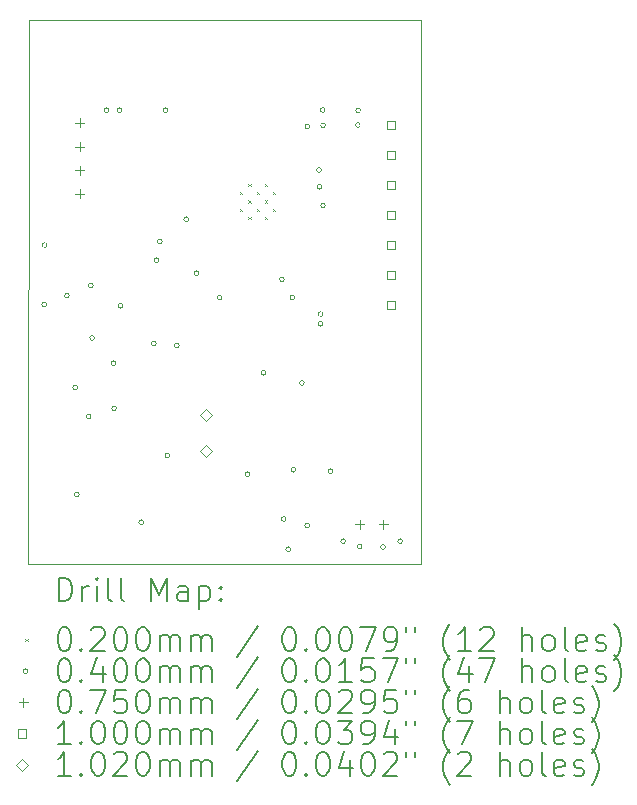
<source format=gbr>
%TF.GenerationSoftware,KiCad,Pcbnew,7.0.10-7.0.10~ubuntu22.04.1*%
%TF.CreationDate,2024-01-30T00:04:13+01:00*%
%TF.ProjectId,MailBox_LP_Notifier,4d61696c-426f-4785-9f4c-505f4e6f7469,rev?*%
%TF.SameCoordinates,Original*%
%TF.FileFunction,Drillmap*%
%TF.FilePolarity,Positive*%
%FSLAX45Y45*%
G04 Gerber Fmt 4.5, Leading zero omitted, Abs format (unit mm)*
G04 Created by KiCad (PCBNEW 7.0.10-7.0.10~ubuntu22.04.1) date 2024-01-30 00:04:13*
%MOMM*%
%LPD*%
G01*
G04 APERTURE LIST*
%ADD10C,0.100000*%
%ADD11C,0.200000*%
%ADD12C,0.102000*%
G04 APERTURE END LIST*
D10*
X11772900Y-10147300D02*
X11777980Y-5542280D01*
X15095220Y-5542280D02*
X15097760Y-10147300D01*
X11777980Y-5542280D02*
X15095220Y-5542280D01*
X15097760Y-10147300D02*
X11772900Y-10147300D01*
D11*
D10*
X13563600Y-6998540D02*
X13583600Y-7018540D01*
X13583600Y-6998540D02*
X13563600Y-7018540D01*
X13563600Y-7138540D02*
X13583600Y-7158540D01*
X13583600Y-7138540D02*
X13563600Y-7158540D01*
X13633600Y-6928540D02*
X13653600Y-6948540D01*
X13653600Y-6928540D02*
X13633600Y-6948540D01*
X13633600Y-7068540D02*
X13653600Y-7088540D01*
X13653600Y-7068540D02*
X13633600Y-7088540D01*
X13633600Y-7208540D02*
X13653600Y-7228540D01*
X13653600Y-7208540D02*
X13633600Y-7228540D01*
X13706100Y-6998540D02*
X13726100Y-7018540D01*
X13726100Y-6998540D02*
X13706100Y-7018540D01*
X13706100Y-7138540D02*
X13726100Y-7158540D01*
X13726100Y-7138540D02*
X13706100Y-7158540D01*
X13773600Y-6928540D02*
X13793600Y-6948540D01*
X13793600Y-6928540D02*
X13773600Y-6948540D01*
X13773600Y-7068540D02*
X13793600Y-7088540D01*
X13793600Y-7068540D02*
X13773600Y-7088540D01*
X13773600Y-7208540D02*
X13793600Y-7228540D01*
X13793600Y-7208540D02*
X13773600Y-7228540D01*
X13843600Y-6998540D02*
X13863600Y-7018540D01*
X13863600Y-6998540D02*
X13843600Y-7018540D01*
X13843600Y-7138540D02*
X13863600Y-7158540D01*
X13863600Y-7138540D02*
X13843600Y-7158540D01*
X11927520Y-7950200D02*
G75*
G03*
X11887520Y-7950200I-20000J0D01*
G01*
X11887520Y-7950200D02*
G75*
G03*
X11927520Y-7950200I20000J0D01*
G01*
X11930060Y-7447280D02*
G75*
G03*
X11890060Y-7447280I-20000J0D01*
G01*
X11890060Y-7447280D02*
G75*
G03*
X11930060Y-7447280I20000J0D01*
G01*
X12119320Y-7875240D02*
G75*
G03*
X12079320Y-7875240I-20000J0D01*
G01*
X12079320Y-7875240D02*
G75*
G03*
X12119320Y-7875240I20000J0D01*
G01*
X12189140Y-8653780D02*
G75*
G03*
X12149140Y-8653780I-20000J0D01*
G01*
X12149140Y-8653780D02*
G75*
G03*
X12189140Y-8653780I20000J0D01*
G01*
X12201840Y-9558020D02*
G75*
G03*
X12161840Y-9558020I-20000J0D01*
G01*
X12161840Y-9558020D02*
G75*
G03*
X12201840Y-9558020I20000J0D01*
G01*
X12301960Y-8899100D02*
G75*
G03*
X12261960Y-8899100I-20000J0D01*
G01*
X12261960Y-8899100D02*
G75*
G03*
X12301960Y-8899100I20000J0D01*
G01*
X12321220Y-7790180D02*
G75*
G03*
X12281220Y-7790180I-20000J0D01*
G01*
X12281220Y-7790180D02*
G75*
G03*
X12321220Y-7790180I20000J0D01*
G01*
X12332650Y-8233410D02*
G75*
G03*
X12292650Y-8233410I-20000J0D01*
G01*
X12292650Y-8233410D02*
G75*
G03*
X12332650Y-8233410I20000J0D01*
G01*
X12453300Y-6306040D02*
G75*
G03*
X12413300Y-6306040I-20000J0D01*
G01*
X12413300Y-6306040D02*
G75*
G03*
X12453300Y-6306040I20000J0D01*
G01*
X12514260Y-8448040D02*
G75*
G03*
X12474260Y-8448040I-20000J0D01*
G01*
X12474260Y-8448040D02*
G75*
G03*
X12514260Y-8448040I20000J0D01*
G01*
X12518100Y-8830280D02*
G75*
G03*
X12478100Y-8830280I-20000J0D01*
G01*
X12478100Y-8830280D02*
G75*
G03*
X12518100Y-8830280I20000J0D01*
G01*
X12563300Y-6306040D02*
G75*
G03*
X12523300Y-6306040I-20000J0D01*
G01*
X12523300Y-6306040D02*
G75*
G03*
X12563300Y-6306040I20000J0D01*
G01*
X12572680Y-7960360D02*
G75*
G03*
X12532680Y-7960360I-20000J0D01*
G01*
X12532680Y-7960360D02*
G75*
G03*
X12572680Y-7960360I20000J0D01*
G01*
X12747940Y-9794240D02*
G75*
G03*
X12707940Y-9794240I-20000J0D01*
G01*
X12707940Y-9794240D02*
G75*
G03*
X12747940Y-9794240I20000J0D01*
G01*
X12854620Y-8282940D02*
G75*
G03*
X12814620Y-8282940I-20000J0D01*
G01*
X12814620Y-8282940D02*
G75*
G03*
X12854620Y-8282940I20000J0D01*
G01*
X12877480Y-7574280D02*
G75*
G03*
X12837480Y-7574280I-20000J0D01*
G01*
X12837480Y-7574280D02*
G75*
G03*
X12877480Y-7574280I20000J0D01*
G01*
X12905420Y-7419340D02*
G75*
G03*
X12865420Y-7419340I-20000J0D01*
G01*
X12865420Y-7419340D02*
G75*
G03*
X12905420Y-7419340I20000J0D01*
G01*
X12953680Y-6306820D02*
G75*
G03*
X12913680Y-6306820I-20000J0D01*
G01*
X12913680Y-6306820D02*
G75*
G03*
X12953680Y-6306820I20000J0D01*
G01*
X12968920Y-9230360D02*
G75*
G03*
X12928920Y-9230360I-20000J0D01*
G01*
X12928920Y-9230360D02*
G75*
G03*
X12968920Y-9230360I20000J0D01*
G01*
X13048880Y-8296960D02*
G75*
G03*
X13008880Y-8296960I-20000J0D01*
G01*
X13008880Y-8296960D02*
G75*
G03*
X13048880Y-8296960I20000J0D01*
G01*
X13128940Y-7228840D02*
G75*
G03*
X13088940Y-7228840I-20000J0D01*
G01*
X13088940Y-7228840D02*
G75*
G03*
X13128940Y-7228840I20000J0D01*
G01*
X13215508Y-7685849D02*
G75*
G03*
X13175508Y-7685849I-20000J0D01*
G01*
X13175508Y-7685849D02*
G75*
G03*
X13215508Y-7685849I20000J0D01*
G01*
X13410880Y-7891780D02*
G75*
G03*
X13370880Y-7891780I-20000J0D01*
G01*
X13370880Y-7891780D02*
G75*
G03*
X13410880Y-7891780I20000J0D01*
G01*
X13647100Y-9387840D02*
G75*
G03*
X13607100Y-9387840I-20000J0D01*
G01*
X13607100Y-9387840D02*
G75*
G03*
X13647100Y-9387840I20000J0D01*
G01*
X13781788Y-8529803D02*
G75*
G03*
X13741788Y-8529803I-20000J0D01*
G01*
X13741788Y-8529803D02*
G75*
G03*
X13781788Y-8529803I20000J0D01*
G01*
X13939200Y-7736840D02*
G75*
G03*
X13899200Y-7736840I-20000J0D01*
G01*
X13899200Y-7736840D02*
G75*
G03*
X13939200Y-7736840I20000J0D01*
G01*
X13954010Y-9766730D02*
G75*
G03*
X13914010Y-9766730I-20000J0D01*
G01*
X13914010Y-9766730D02*
G75*
G03*
X13954010Y-9766730I20000J0D01*
G01*
X13992540Y-10022840D02*
G75*
G03*
X13952540Y-10022840I-20000J0D01*
G01*
X13952540Y-10022840D02*
G75*
G03*
X13992540Y-10022840I20000J0D01*
G01*
X14028100Y-7891780D02*
G75*
G03*
X13988100Y-7891780I-20000J0D01*
G01*
X13988100Y-7891780D02*
G75*
G03*
X14028100Y-7891780I20000J0D01*
G01*
X14035660Y-9349800D02*
G75*
G03*
X13995660Y-9349800I-20000J0D01*
G01*
X13995660Y-9349800D02*
G75*
G03*
X14035660Y-9349800I20000J0D01*
G01*
X14108060Y-8614460D02*
G75*
G03*
X14068060Y-8614460I-20000J0D01*
G01*
X14068060Y-8614460D02*
G75*
G03*
X14108060Y-8614460I20000J0D01*
G01*
X14152560Y-9822180D02*
G75*
G03*
X14112560Y-9822180I-20000J0D01*
G01*
X14112560Y-9822180D02*
G75*
G03*
X14152560Y-9822180I20000J0D01*
G01*
X14155100Y-6443980D02*
G75*
G03*
X14115100Y-6443980I-20000J0D01*
G01*
X14115100Y-6443980D02*
G75*
G03*
X14155100Y-6443980I20000J0D01*
G01*
X14251999Y-6811901D02*
G75*
G03*
X14211999Y-6811901I-20000J0D01*
G01*
X14211999Y-6811901D02*
G75*
G03*
X14251999Y-6811901I20000J0D01*
G01*
X14256700Y-6954520D02*
G75*
G03*
X14216700Y-6954520I-20000J0D01*
G01*
X14216700Y-6954520D02*
G75*
G03*
X14256700Y-6954520I20000J0D01*
G01*
X14266860Y-8031480D02*
G75*
G03*
X14226860Y-8031480I-20000J0D01*
G01*
X14226860Y-8031480D02*
G75*
G03*
X14266860Y-8031480I20000J0D01*
G01*
X14266860Y-8115300D02*
G75*
G03*
X14226860Y-8115300I-20000J0D01*
G01*
X14226860Y-8115300D02*
G75*
G03*
X14266860Y-8115300I20000J0D01*
G01*
X14284640Y-6304280D02*
G75*
G03*
X14244640Y-6304280I-20000J0D01*
G01*
X14244640Y-6304280D02*
G75*
G03*
X14284640Y-6304280I20000J0D01*
G01*
X14287180Y-6433820D02*
G75*
G03*
X14247180Y-6433820I-20000J0D01*
G01*
X14247180Y-6433820D02*
G75*
G03*
X14287180Y-6433820I20000J0D01*
G01*
X14287180Y-7112000D02*
G75*
G03*
X14247180Y-7112000I-20000J0D01*
G01*
X14247180Y-7112000D02*
G75*
G03*
X14287180Y-7112000I20000J0D01*
G01*
X14350680Y-9362440D02*
G75*
G03*
X14310680Y-9362440I-20000J0D01*
G01*
X14310680Y-9362440D02*
G75*
G03*
X14350680Y-9362440I20000J0D01*
G01*
X14457360Y-9954260D02*
G75*
G03*
X14417360Y-9954260I-20000J0D01*
G01*
X14417360Y-9954260D02*
G75*
G03*
X14457360Y-9954260I20000J0D01*
G01*
X14581820Y-6431280D02*
G75*
G03*
X14541820Y-6431280I-20000J0D01*
G01*
X14541820Y-6431280D02*
G75*
G03*
X14581820Y-6431280I20000J0D01*
G01*
X14584360Y-6306820D02*
G75*
G03*
X14544360Y-6306820I-20000J0D01*
G01*
X14544360Y-6306820D02*
G75*
G03*
X14584360Y-6306820I20000J0D01*
G01*
X14597060Y-9999980D02*
G75*
G03*
X14557060Y-9999980I-20000J0D01*
G01*
X14557060Y-9999980D02*
G75*
G03*
X14597060Y-9999980I20000J0D01*
G01*
X14795180Y-10002520D02*
G75*
G03*
X14755180Y-10002520I-20000J0D01*
G01*
X14755180Y-10002520D02*
G75*
G03*
X14795180Y-10002520I20000J0D01*
G01*
X14939960Y-9954260D02*
G75*
G03*
X14899960Y-9954260I-20000J0D01*
G01*
X14899960Y-9954260D02*
G75*
G03*
X14939960Y-9954260I20000J0D01*
G01*
X12205860Y-6375720D02*
X12205860Y-6450720D01*
X12168360Y-6413220D02*
X12243360Y-6413220D01*
X12205860Y-6575720D02*
X12205860Y-6650720D01*
X12168360Y-6613220D02*
X12243360Y-6613220D01*
X12205860Y-6775720D02*
X12205860Y-6850720D01*
X12168360Y-6813220D02*
X12243360Y-6813220D01*
X12205860Y-6975720D02*
X12205860Y-7050720D01*
X12168360Y-7013220D02*
X12243360Y-7013220D01*
X14576120Y-9775400D02*
X14576120Y-9850400D01*
X14538620Y-9812900D02*
X14613620Y-9812900D01*
X14776120Y-9775400D02*
X14776120Y-9850400D01*
X14738620Y-9812900D02*
X14813620Y-9812900D01*
X14879076Y-6468636D02*
X14879076Y-6397924D01*
X14808364Y-6397924D01*
X14808364Y-6468636D01*
X14879076Y-6468636D01*
X14879076Y-6722636D02*
X14879076Y-6651924D01*
X14808364Y-6651924D01*
X14808364Y-6722636D01*
X14879076Y-6722636D01*
X14879076Y-6976636D02*
X14879076Y-6905924D01*
X14808364Y-6905924D01*
X14808364Y-6976636D01*
X14879076Y-6976636D01*
X14879076Y-7230636D02*
X14879076Y-7159924D01*
X14808364Y-7159924D01*
X14808364Y-7230636D01*
X14879076Y-7230636D01*
X14879076Y-7484636D02*
X14879076Y-7413924D01*
X14808364Y-7413924D01*
X14808364Y-7484636D01*
X14879076Y-7484636D01*
X14879076Y-7738636D02*
X14879076Y-7667924D01*
X14808364Y-7667924D01*
X14808364Y-7738636D01*
X14879076Y-7738636D01*
X14879076Y-7992636D02*
X14879076Y-7921924D01*
X14808364Y-7921924D01*
X14808364Y-7992636D01*
X14879076Y-7992636D01*
D12*
X13276580Y-8938180D02*
X13327580Y-8887180D01*
X13276580Y-8836180D01*
X13225580Y-8887180D01*
X13276580Y-8938180D01*
X13276580Y-9238180D02*
X13327580Y-9187180D01*
X13276580Y-9136180D01*
X13225580Y-9187180D01*
X13276580Y-9238180D01*
D11*
X12028677Y-10463784D02*
X12028677Y-10263784D01*
X12028677Y-10263784D02*
X12076296Y-10263784D01*
X12076296Y-10263784D02*
X12104867Y-10273308D01*
X12104867Y-10273308D02*
X12123915Y-10292355D01*
X12123915Y-10292355D02*
X12133439Y-10311403D01*
X12133439Y-10311403D02*
X12142962Y-10349498D01*
X12142962Y-10349498D02*
X12142962Y-10378070D01*
X12142962Y-10378070D02*
X12133439Y-10416165D01*
X12133439Y-10416165D02*
X12123915Y-10435212D01*
X12123915Y-10435212D02*
X12104867Y-10454260D01*
X12104867Y-10454260D02*
X12076296Y-10463784D01*
X12076296Y-10463784D02*
X12028677Y-10463784D01*
X12228677Y-10463784D02*
X12228677Y-10330450D01*
X12228677Y-10368546D02*
X12238201Y-10349498D01*
X12238201Y-10349498D02*
X12247724Y-10339974D01*
X12247724Y-10339974D02*
X12266772Y-10330450D01*
X12266772Y-10330450D02*
X12285820Y-10330450D01*
X12352486Y-10463784D02*
X12352486Y-10330450D01*
X12352486Y-10263784D02*
X12342962Y-10273308D01*
X12342962Y-10273308D02*
X12352486Y-10282831D01*
X12352486Y-10282831D02*
X12362010Y-10273308D01*
X12362010Y-10273308D02*
X12352486Y-10263784D01*
X12352486Y-10263784D02*
X12352486Y-10282831D01*
X12476296Y-10463784D02*
X12457248Y-10454260D01*
X12457248Y-10454260D02*
X12447724Y-10435212D01*
X12447724Y-10435212D02*
X12447724Y-10263784D01*
X12581058Y-10463784D02*
X12562010Y-10454260D01*
X12562010Y-10454260D02*
X12552486Y-10435212D01*
X12552486Y-10435212D02*
X12552486Y-10263784D01*
X12809629Y-10463784D02*
X12809629Y-10263784D01*
X12809629Y-10263784D02*
X12876296Y-10406641D01*
X12876296Y-10406641D02*
X12942962Y-10263784D01*
X12942962Y-10263784D02*
X12942962Y-10463784D01*
X13123915Y-10463784D02*
X13123915Y-10359022D01*
X13123915Y-10359022D02*
X13114391Y-10339974D01*
X13114391Y-10339974D02*
X13095343Y-10330450D01*
X13095343Y-10330450D02*
X13057248Y-10330450D01*
X13057248Y-10330450D02*
X13038201Y-10339974D01*
X13123915Y-10454260D02*
X13104867Y-10463784D01*
X13104867Y-10463784D02*
X13057248Y-10463784D01*
X13057248Y-10463784D02*
X13038201Y-10454260D01*
X13038201Y-10454260D02*
X13028677Y-10435212D01*
X13028677Y-10435212D02*
X13028677Y-10416165D01*
X13028677Y-10416165D02*
X13038201Y-10397117D01*
X13038201Y-10397117D02*
X13057248Y-10387593D01*
X13057248Y-10387593D02*
X13104867Y-10387593D01*
X13104867Y-10387593D02*
X13123915Y-10378070D01*
X13219153Y-10330450D02*
X13219153Y-10530450D01*
X13219153Y-10339974D02*
X13238201Y-10330450D01*
X13238201Y-10330450D02*
X13276296Y-10330450D01*
X13276296Y-10330450D02*
X13295343Y-10339974D01*
X13295343Y-10339974D02*
X13304867Y-10349498D01*
X13304867Y-10349498D02*
X13314391Y-10368546D01*
X13314391Y-10368546D02*
X13314391Y-10425689D01*
X13314391Y-10425689D02*
X13304867Y-10444736D01*
X13304867Y-10444736D02*
X13295343Y-10454260D01*
X13295343Y-10454260D02*
X13276296Y-10463784D01*
X13276296Y-10463784D02*
X13238201Y-10463784D01*
X13238201Y-10463784D02*
X13219153Y-10454260D01*
X13400105Y-10444736D02*
X13409629Y-10454260D01*
X13409629Y-10454260D02*
X13400105Y-10463784D01*
X13400105Y-10463784D02*
X13390582Y-10454260D01*
X13390582Y-10454260D02*
X13400105Y-10444736D01*
X13400105Y-10444736D02*
X13400105Y-10463784D01*
X13400105Y-10339974D02*
X13409629Y-10349498D01*
X13409629Y-10349498D02*
X13400105Y-10359022D01*
X13400105Y-10359022D02*
X13390582Y-10349498D01*
X13390582Y-10349498D02*
X13400105Y-10339974D01*
X13400105Y-10339974D02*
X13400105Y-10359022D01*
D10*
X11747900Y-10782300D02*
X11767900Y-10802300D01*
X11767900Y-10782300D02*
X11747900Y-10802300D01*
D11*
X12066772Y-10683784D02*
X12085820Y-10683784D01*
X12085820Y-10683784D02*
X12104867Y-10693308D01*
X12104867Y-10693308D02*
X12114391Y-10702831D01*
X12114391Y-10702831D02*
X12123915Y-10721879D01*
X12123915Y-10721879D02*
X12133439Y-10759974D01*
X12133439Y-10759974D02*
X12133439Y-10807593D01*
X12133439Y-10807593D02*
X12123915Y-10845689D01*
X12123915Y-10845689D02*
X12114391Y-10864736D01*
X12114391Y-10864736D02*
X12104867Y-10874260D01*
X12104867Y-10874260D02*
X12085820Y-10883784D01*
X12085820Y-10883784D02*
X12066772Y-10883784D01*
X12066772Y-10883784D02*
X12047724Y-10874260D01*
X12047724Y-10874260D02*
X12038201Y-10864736D01*
X12038201Y-10864736D02*
X12028677Y-10845689D01*
X12028677Y-10845689D02*
X12019153Y-10807593D01*
X12019153Y-10807593D02*
X12019153Y-10759974D01*
X12019153Y-10759974D02*
X12028677Y-10721879D01*
X12028677Y-10721879D02*
X12038201Y-10702831D01*
X12038201Y-10702831D02*
X12047724Y-10693308D01*
X12047724Y-10693308D02*
X12066772Y-10683784D01*
X12219153Y-10864736D02*
X12228677Y-10874260D01*
X12228677Y-10874260D02*
X12219153Y-10883784D01*
X12219153Y-10883784D02*
X12209629Y-10874260D01*
X12209629Y-10874260D02*
X12219153Y-10864736D01*
X12219153Y-10864736D02*
X12219153Y-10883784D01*
X12304867Y-10702831D02*
X12314391Y-10693308D01*
X12314391Y-10693308D02*
X12333439Y-10683784D01*
X12333439Y-10683784D02*
X12381058Y-10683784D01*
X12381058Y-10683784D02*
X12400105Y-10693308D01*
X12400105Y-10693308D02*
X12409629Y-10702831D01*
X12409629Y-10702831D02*
X12419153Y-10721879D01*
X12419153Y-10721879D02*
X12419153Y-10740927D01*
X12419153Y-10740927D02*
X12409629Y-10769498D01*
X12409629Y-10769498D02*
X12295343Y-10883784D01*
X12295343Y-10883784D02*
X12419153Y-10883784D01*
X12542962Y-10683784D02*
X12562010Y-10683784D01*
X12562010Y-10683784D02*
X12581058Y-10693308D01*
X12581058Y-10693308D02*
X12590582Y-10702831D01*
X12590582Y-10702831D02*
X12600105Y-10721879D01*
X12600105Y-10721879D02*
X12609629Y-10759974D01*
X12609629Y-10759974D02*
X12609629Y-10807593D01*
X12609629Y-10807593D02*
X12600105Y-10845689D01*
X12600105Y-10845689D02*
X12590582Y-10864736D01*
X12590582Y-10864736D02*
X12581058Y-10874260D01*
X12581058Y-10874260D02*
X12562010Y-10883784D01*
X12562010Y-10883784D02*
X12542962Y-10883784D01*
X12542962Y-10883784D02*
X12523915Y-10874260D01*
X12523915Y-10874260D02*
X12514391Y-10864736D01*
X12514391Y-10864736D02*
X12504867Y-10845689D01*
X12504867Y-10845689D02*
X12495343Y-10807593D01*
X12495343Y-10807593D02*
X12495343Y-10759974D01*
X12495343Y-10759974D02*
X12504867Y-10721879D01*
X12504867Y-10721879D02*
X12514391Y-10702831D01*
X12514391Y-10702831D02*
X12523915Y-10693308D01*
X12523915Y-10693308D02*
X12542962Y-10683784D01*
X12733439Y-10683784D02*
X12752486Y-10683784D01*
X12752486Y-10683784D02*
X12771534Y-10693308D01*
X12771534Y-10693308D02*
X12781058Y-10702831D01*
X12781058Y-10702831D02*
X12790582Y-10721879D01*
X12790582Y-10721879D02*
X12800105Y-10759974D01*
X12800105Y-10759974D02*
X12800105Y-10807593D01*
X12800105Y-10807593D02*
X12790582Y-10845689D01*
X12790582Y-10845689D02*
X12781058Y-10864736D01*
X12781058Y-10864736D02*
X12771534Y-10874260D01*
X12771534Y-10874260D02*
X12752486Y-10883784D01*
X12752486Y-10883784D02*
X12733439Y-10883784D01*
X12733439Y-10883784D02*
X12714391Y-10874260D01*
X12714391Y-10874260D02*
X12704867Y-10864736D01*
X12704867Y-10864736D02*
X12695343Y-10845689D01*
X12695343Y-10845689D02*
X12685820Y-10807593D01*
X12685820Y-10807593D02*
X12685820Y-10759974D01*
X12685820Y-10759974D02*
X12695343Y-10721879D01*
X12695343Y-10721879D02*
X12704867Y-10702831D01*
X12704867Y-10702831D02*
X12714391Y-10693308D01*
X12714391Y-10693308D02*
X12733439Y-10683784D01*
X12885820Y-10883784D02*
X12885820Y-10750450D01*
X12885820Y-10769498D02*
X12895343Y-10759974D01*
X12895343Y-10759974D02*
X12914391Y-10750450D01*
X12914391Y-10750450D02*
X12942963Y-10750450D01*
X12942963Y-10750450D02*
X12962010Y-10759974D01*
X12962010Y-10759974D02*
X12971534Y-10779022D01*
X12971534Y-10779022D02*
X12971534Y-10883784D01*
X12971534Y-10779022D02*
X12981058Y-10759974D01*
X12981058Y-10759974D02*
X13000105Y-10750450D01*
X13000105Y-10750450D02*
X13028677Y-10750450D01*
X13028677Y-10750450D02*
X13047724Y-10759974D01*
X13047724Y-10759974D02*
X13057248Y-10779022D01*
X13057248Y-10779022D02*
X13057248Y-10883784D01*
X13152486Y-10883784D02*
X13152486Y-10750450D01*
X13152486Y-10769498D02*
X13162010Y-10759974D01*
X13162010Y-10759974D02*
X13181058Y-10750450D01*
X13181058Y-10750450D02*
X13209629Y-10750450D01*
X13209629Y-10750450D02*
X13228677Y-10759974D01*
X13228677Y-10759974D02*
X13238201Y-10779022D01*
X13238201Y-10779022D02*
X13238201Y-10883784D01*
X13238201Y-10779022D02*
X13247724Y-10759974D01*
X13247724Y-10759974D02*
X13266772Y-10750450D01*
X13266772Y-10750450D02*
X13295343Y-10750450D01*
X13295343Y-10750450D02*
X13314391Y-10759974D01*
X13314391Y-10759974D02*
X13323915Y-10779022D01*
X13323915Y-10779022D02*
X13323915Y-10883784D01*
X13714391Y-10674260D02*
X13542963Y-10931403D01*
X13971534Y-10683784D02*
X13990582Y-10683784D01*
X13990582Y-10683784D02*
X14009629Y-10693308D01*
X14009629Y-10693308D02*
X14019153Y-10702831D01*
X14019153Y-10702831D02*
X14028677Y-10721879D01*
X14028677Y-10721879D02*
X14038201Y-10759974D01*
X14038201Y-10759974D02*
X14038201Y-10807593D01*
X14038201Y-10807593D02*
X14028677Y-10845689D01*
X14028677Y-10845689D02*
X14019153Y-10864736D01*
X14019153Y-10864736D02*
X14009629Y-10874260D01*
X14009629Y-10874260D02*
X13990582Y-10883784D01*
X13990582Y-10883784D02*
X13971534Y-10883784D01*
X13971534Y-10883784D02*
X13952486Y-10874260D01*
X13952486Y-10874260D02*
X13942963Y-10864736D01*
X13942963Y-10864736D02*
X13933439Y-10845689D01*
X13933439Y-10845689D02*
X13923915Y-10807593D01*
X13923915Y-10807593D02*
X13923915Y-10759974D01*
X13923915Y-10759974D02*
X13933439Y-10721879D01*
X13933439Y-10721879D02*
X13942963Y-10702831D01*
X13942963Y-10702831D02*
X13952486Y-10693308D01*
X13952486Y-10693308D02*
X13971534Y-10683784D01*
X14123915Y-10864736D02*
X14133439Y-10874260D01*
X14133439Y-10874260D02*
X14123915Y-10883784D01*
X14123915Y-10883784D02*
X14114391Y-10874260D01*
X14114391Y-10874260D02*
X14123915Y-10864736D01*
X14123915Y-10864736D02*
X14123915Y-10883784D01*
X14257248Y-10683784D02*
X14276296Y-10683784D01*
X14276296Y-10683784D02*
X14295344Y-10693308D01*
X14295344Y-10693308D02*
X14304867Y-10702831D01*
X14304867Y-10702831D02*
X14314391Y-10721879D01*
X14314391Y-10721879D02*
X14323915Y-10759974D01*
X14323915Y-10759974D02*
X14323915Y-10807593D01*
X14323915Y-10807593D02*
X14314391Y-10845689D01*
X14314391Y-10845689D02*
X14304867Y-10864736D01*
X14304867Y-10864736D02*
X14295344Y-10874260D01*
X14295344Y-10874260D02*
X14276296Y-10883784D01*
X14276296Y-10883784D02*
X14257248Y-10883784D01*
X14257248Y-10883784D02*
X14238201Y-10874260D01*
X14238201Y-10874260D02*
X14228677Y-10864736D01*
X14228677Y-10864736D02*
X14219153Y-10845689D01*
X14219153Y-10845689D02*
X14209629Y-10807593D01*
X14209629Y-10807593D02*
X14209629Y-10759974D01*
X14209629Y-10759974D02*
X14219153Y-10721879D01*
X14219153Y-10721879D02*
X14228677Y-10702831D01*
X14228677Y-10702831D02*
X14238201Y-10693308D01*
X14238201Y-10693308D02*
X14257248Y-10683784D01*
X14447725Y-10683784D02*
X14466772Y-10683784D01*
X14466772Y-10683784D02*
X14485820Y-10693308D01*
X14485820Y-10693308D02*
X14495344Y-10702831D01*
X14495344Y-10702831D02*
X14504867Y-10721879D01*
X14504867Y-10721879D02*
X14514391Y-10759974D01*
X14514391Y-10759974D02*
X14514391Y-10807593D01*
X14514391Y-10807593D02*
X14504867Y-10845689D01*
X14504867Y-10845689D02*
X14495344Y-10864736D01*
X14495344Y-10864736D02*
X14485820Y-10874260D01*
X14485820Y-10874260D02*
X14466772Y-10883784D01*
X14466772Y-10883784D02*
X14447725Y-10883784D01*
X14447725Y-10883784D02*
X14428677Y-10874260D01*
X14428677Y-10874260D02*
X14419153Y-10864736D01*
X14419153Y-10864736D02*
X14409629Y-10845689D01*
X14409629Y-10845689D02*
X14400106Y-10807593D01*
X14400106Y-10807593D02*
X14400106Y-10759974D01*
X14400106Y-10759974D02*
X14409629Y-10721879D01*
X14409629Y-10721879D02*
X14419153Y-10702831D01*
X14419153Y-10702831D02*
X14428677Y-10693308D01*
X14428677Y-10693308D02*
X14447725Y-10683784D01*
X14581058Y-10683784D02*
X14714391Y-10683784D01*
X14714391Y-10683784D02*
X14628677Y-10883784D01*
X14800106Y-10883784D02*
X14838201Y-10883784D01*
X14838201Y-10883784D02*
X14857248Y-10874260D01*
X14857248Y-10874260D02*
X14866772Y-10864736D01*
X14866772Y-10864736D02*
X14885820Y-10836165D01*
X14885820Y-10836165D02*
X14895344Y-10798070D01*
X14895344Y-10798070D02*
X14895344Y-10721879D01*
X14895344Y-10721879D02*
X14885820Y-10702831D01*
X14885820Y-10702831D02*
X14876296Y-10693308D01*
X14876296Y-10693308D02*
X14857248Y-10683784D01*
X14857248Y-10683784D02*
X14819153Y-10683784D01*
X14819153Y-10683784D02*
X14800106Y-10693308D01*
X14800106Y-10693308D02*
X14790582Y-10702831D01*
X14790582Y-10702831D02*
X14781058Y-10721879D01*
X14781058Y-10721879D02*
X14781058Y-10769498D01*
X14781058Y-10769498D02*
X14790582Y-10788546D01*
X14790582Y-10788546D02*
X14800106Y-10798070D01*
X14800106Y-10798070D02*
X14819153Y-10807593D01*
X14819153Y-10807593D02*
X14857248Y-10807593D01*
X14857248Y-10807593D02*
X14876296Y-10798070D01*
X14876296Y-10798070D02*
X14885820Y-10788546D01*
X14885820Y-10788546D02*
X14895344Y-10769498D01*
X14971534Y-10683784D02*
X14971534Y-10721879D01*
X15047725Y-10683784D02*
X15047725Y-10721879D01*
X15342963Y-10959974D02*
X15333439Y-10950450D01*
X15333439Y-10950450D02*
X15314391Y-10921879D01*
X15314391Y-10921879D02*
X15304868Y-10902831D01*
X15304868Y-10902831D02*
X15295344Y-10874260D01*
X15295344Y-10874260D02*
X15285820Y-10826641D01*
X15285820Y-10826641D02*
X15285820Y-10788546D01*
X15285820Y-10788546D02*
X15295344Y-10740927D01*
X15295344Y-10740927D02*
X15304868Y-10712355D01*
X15304868Y-10712355D02*
X15314391Y-10693308D01*
X15314391Y-10693308D02*
X15333439Y-10664736D01*
X15333439Y-10664736D02*
X15342963Y-10655212D01*
X15523915Y-10883784D02*
X15409629Y-10883784D01*
X15466772Y-10883784D02*
X15466772Y-10683784D01*
X15466772Y-10683784D02*
X15447725Y-10712355D01*
X15447725Y-10712355D02*
X15428677Y-10731403D01*
X15428677Y-10731403D02*
X15409629Y-10740927D01*
X15600106Y-10702831D02*
X15609629Y-10693308D01*
X15609629Y-10693308D02*
X15628677Y-10683784D01*
X15628677Y-10683784D02*
X15676296Y-10683784D01*
X15676296Y-10683784D02*
X15695344Y-10693308D01*
X15695344Y-10693308D02*
X15704868Y-10702831D01*
X15704868Y-10702831D02*
X15714391Y-10721879D01*
X15714391Y-10721879D02*
X15714391Y-10740927D01*
X15714391Y-10740927D02*
X15704868Y-10769498D01*
X15704868Y-10769498D02*
X15590582Y-10883784D01*
X15590582Y-10883784D02*
X15714391Y-10883784D01*
X15952487Y-10883784D02*
X15952487Y-10683784D01*
X16038201Y-10883784D02*
X16038201Y-10779022D01*
X16038201Y-10779022D02*
X16028677Y-10759974D01*
X16028677Y-10759974D02*
X16009630Y-10750450D01*
X16009630Y-10750450D02*
X15981058Y-10750450D01*
X15981058Y-10750450D02*
X15962010Y-10759974D01*
X15962010Y-10759974D02*
X15952487Y-10769498D01*
X16162010Y-10883784D02*
X16142963Y-10874260D01*
X16142963Y-10874260D02*
X16133439Y-10864736D01*
X16133439Y-10864736D02*
X16123915Y-10845689D01*
X16123915Y-10845689D02*
X16123915Y-10788546D01*
X16123915Y-10788546D02*
X16133439Y-10769498D01*
X16133439Y-10769498D02*
X16142963Y-10759974D01*
X16142963Y-10759974D02*
X16162010Y-10750450D01*
X16162010Y-10750450D02*
X16190582Y-10750450D01*
X16190582Y-10750450D02*
X16209630Y-10759974D01*
X16209630Y-10759974D02*
X16219153Y-10769498D01*
X16219153Y-10769498D02*
X16228677Y-10788546D01*
X16228677Y-10788546D02*
X16228677Y-10845689D01*
X16228677Y-10845689D02*
X16219153Y-10864736D01*
X16219153Y-10864736D02*
X16209630Y-10874260D01*
X16209630Y-10874260D02*
X16190582Y-10883784D01*
X16190582Y-10883784D02*
X16162010Y-10883784D01*
X16342963Y-10883784D02*
X16323915Y-10874260D01*
X16323915Y-10874260D02*
X16314391Y-10855212D01*
X16314391Y-10855212D02*
X16314391Y-10683784D01*
X16495344Y-10874260D02*
X16476296Y-10883784D01*
X16476296Y-10883784D02*
X16438201Y-10883784D01*
X16438201Y-10883784D02*
X16419153Y-10874260D01*
X16419153Y-10874260D02*
X16409630Y-10855212D01*
X16409630Y-10855212D02*
X16409630Y-10779022D01*
X16409630Y-10779022D02*
X16419153Y-10759974D01*
X16419153Y-10759974D02*
X16438201Y-10750450D01*
X16438201Y-10750450D02*
X16476296Y-10750450D01*
X16476296Y-10750450D02*
X16495344Y-10759974D01*
X16495344Y-10759974D02*
X16504868Y-10779022D01*
X16504868Y-10779022D02*
X16504868Y-10798070D01*
X16504868Y-10798070D02*
X16409630Y-10817117D01*
X16581058Y-10874260D02*
X16600106Y-10883784D01*
X16600106Y-10883784D02*
X16638201Y-10883784D01*
X16638201Y-10883784D02*
X16657249Y-10874260D01*
X16657249Y-10874260D02*
X16666772Y-10855212D01*
X16666772Y-10855212D02*
X16666772Y-10845689D01*
X16666772Y-10845689D02*
X16657249Y-10826641D01*
X16657249Y-10826641D02*
X16638201Y-10817117D01*
X16638201Y-10817117D02*
X16609630Y-10817117D01*
X16609630Y-10817117D02*
X16590582Y-10807593D01*
X16590582Y-10807593D02*
X16581058Y-10788546D01*
X16581058Y-10788546D02*
X16581058Y-10779022D01*
X16581058Y-10779022D02*
X16590582Y-10759974D01*
X16590582Y-10759974D02*
X16609630Y-10750450D01*
X16609630Y-10750450D02*
X16638201Y-10750450D01*
X16638201Y-10750450D02*
X16657249Y-10759974D01*
X16733439Y-10959974D02*
X16742963Y-10950450D01*
X16742963Y-10950450D02*
X16762011Y-10921879D01*
X16762011Y-10921879D02*
X16771534Y-10902831D01*
X16771534Y-10902831D02*
X16781058Y-10874260D01*
X16781058Y-10874260D02*
X16790582Y-10826641D01*
X16790582Y-10826641D02*
X16790582Y-10788546D01*
X16790582Y-10788546D02*
X16781058Y-10740927D01*
X16781058Y-10740927D02*
X16771534Y-10712355D01*
X16771534Y-10712355D02*
X16762011Y-10693308D01*
X16762011Y-10693308D02*
X16742963Y-10664736D01*
X16742963Y-10664736D02*
X16733439Y-10655212D01*
D10*
X11767900Y-11056300D02*
G75*
G03*
X11727900Y-11056300I-20000J0D01*
G01*
X11727900Y-11056300D02*
G75*
G03*
X11767900Y-11056300I20000J0D01*
G01*
D11*
X12066772Y-10947784D02*
X12085820Y-10947784D01*
X12085820Y-10947784D02*
X12104867Y-10957308D01*
X12104867Y-10957308D02*
X12114391Y-10966831D01*
X12114391Y-10966831D02*
X12123915Y-10985879D01*
X12123915Y-10985879D02*
X12133439Y-11023974D01*
X12133439Y-11023974D02*
X12133439Y-11071593D01*
X12133439Y-11071593D02*
X12123915Y-11109689D01*
X12123915Y-11109689D02*
X12114391Y-11128736D01*
X12114391Y-11128736D02*
X12104867Y-11138260D01*
X12104867Y-11138260D02*
X12085820Y-11147784D01*
X12085820Y-11147784D02*
X12066772Y-11147784D01*
X12066772Y-11147784D02*
X12047724Y-11138260D01*
X12047724Y-11138260D02*
X12038201Y-11128736D01*
X12038201Y-11128736D02*
X12028677Y-11109689D01*
X12028677Y-11109689D02*
X12019153Y-11071593D01*
X12019153Y-11071593D02*
X12019153Y-11023974D01*
X12019153Y-11023974D02*
X12028677Y-10985879D01*
X12028677Y-10985879D02*
X12038201Y-10966831D01*
X12038201Y-10966831D02*
X12047724Y-10957308D01*
X12047724Y-10957308D02*
X12066772Y-10947784D01*
X12219153Y-11128736D02*
X12228677Y-11138260D01*
X12228677Y-11138260D02*
X12219153Y-11147784D01*
X12219153Y-11147784D02*
X12209629Y-11138260D01*
X12209629Y-11138260D02*
X12219153Y-11128736D01*
X12219153Y-11128736D02*
X12219153Y-11147784D01*
X12400105Y-11014450D02*
X12400105Y-11147784D01*
X12352486Y-10938260D02*
X12304867Y-11081117D01*
X12304867Y-11081117D02*
X12428677Y-11081117D01*
X12542962Y-10947784D02*
X12562010Y-10947784D01*
X12562010Y-10947784D02*
X12581058Y-10957308D01*
X12581058Y-10957308D02*
X12590582Y-10966831D01*
X12590582Y-10966831D02*
X12600105Y-10985879D01*
X12600105Y-10985879D02*
X12609629Y-11023974D01*
X12609629Y-11023974D02*
X12609629Y-11071593D01*
X12609629Y-11071593D02*
X12600105Y-11109689D01*
X12600105Y-11109689D02*
X12590582Y-11128736D01*
X12590582Y-11128736D02*
X12581058Y-11138260D01*
X12581058Y-11138260D02*
X12562010Y-11147784D01*
X12562010Y-11147784D02*
X12542962Y-11147784D01*
X12542962Y-11147784D02*
X12523915Y-11138260D01*
X12523915Y-11138260D02*
X12514391Y-11128736D01*
X12514391Y-11128736D02*
X12504867Y-11109689D01*
X12504867Y-11109689D02*
X12495343Y-11071593D01*
X12495343Y-11071593D02*
X12495343Y-11023974D01*
X12495343Y-11023974D02*
X12504867Y-10985879D01*
X12504867Y-10985879D02*
X12514391Y-10966831D01*
X12514391Y-10966831D02*
X12523915Y-10957308D01*
X12523915Y-10957308D02*
X12542962Y-10947784D01*
X12733439Y-10947784D02*
X12752486Y-10947784D01*
X12752486Y-10947784D02*
X12771534Y-10957308D01*
X12771534Y-10957308D02*
X12781058Y-10966831D01*
X12781058Y-10966831D02*
X12790582Y-10985879D01*
X12790582Y-10985879D02*
X12800105Y-11023974D01*
X12800105Y-11023974D02*
X12800105Y-11071593D01*
X12800105Y-11071593D02*
X12790582Y-11109689D01*
X12790582Y-11109689D02*
X12781058Y-11128736D01*
X12781058Y-11128736D02*
X12771534Y-11138260D01*
X12771534Y-11138260D02*
X12752486Y-11147784D01*
X12752486Y-11147784D02*
X12733439Y-11147784D01*
X12733439Y-11147784D02*
X12714391Y-11138260D01*
X12714391Y-11138260D02*
X12704867Y-11128736D01*
X12704867Y-11128736D02*
X12695343Y-11109689D01*
X12695343Y-11109689D02*
X12685820Y-11071593D01*
X12685820Y-11071593D02*
X12685820Y-11023974D01*
X12685820Y-11023974D02*
X12695343Y-10985879D01*
X12695343Y-10985879D02*
X12704867Y-10966831D01*
X12704867Y-10966831D02*
X12714391Y-10957308D01*
X12714391Y-10957308D02*
X12733439Y-10947784D01*
X12885820Y-11147784D02*
X12885820Y-11014450D01*
X12885820Y-11033498D02*
X12895343Y-11023974D01*
X12895343Y-11023974D02*
X12914391Y-11014450D01*
X12914391Y-11014450D02*
X12942963Y-11014450D01*
X12942963Y-11014450D02*
X12962010Y-11023974D01*
X12962010Y-11023974D02*
X12971534Y-11043022D01*
X12971534Y-11043022D02*
X12971534Y-11147784D01*
X12971534Y-11043022D02*
X12981058Y-11023974D01*
X12981058Y-11023974D02*
X13000105Y-11014450D01*
X13000105Y-11014450D02*
X13028677Y-11014450D01*
X13028677Y-11014450D02*
X13047724Y-11023974D01*
X13047724Y-11023974D02*
X13057248Y-11043022D01*
X13057248Y-11043022D02*
X13057248Y-11147784D01*
X13152486Y-11147784D02*
X13152486Y-11014450D01*
X13152486Y-11033498D02*
X13162010Y-11023974D01*
X13162010Y-11023974D02*
X13181058Y-11014450D01*
X13181058Y-11014450D02*
X13209629Y-11014450D01*
X13209629Y-11014450D02*
X13228677Y-11023974D01*
X13228677Y-11023974D02*
X13238201Y-11043022D01*
X13238201Y-11043022D02*
X13238201Y-11147784D01*
X13238201Y-11043022D02*
X13247724Y-11023974D01*
X13247724Y-11023974D02*
X13266772Y-11014450D01*
X13266772Y-11014450D02*
X13295343Y-11014450D01*
X13295343Y-11014450D02*
X13314391Y-11023974D01*
X13314391Y-11023974D02*
X13323915Y-11043022D01*
X13323915Y-11043022D02*
X13323915Y-11147784D01*
X13714391Y-10938260D02*
X13542963Y-11195403D01*
X13971534Y-10947784D02*
X13990582Y-10947784D01*
X13990582Y-10947784D02*
X14009629Y-10957308D01*
X14009629Y-10957308D02*
X14019153Y-10966831D01*
X14019153Y-10966831D02*
X14028677Y-10985879D01*
X14028677Y-10985879D02*
X14038201Y-11023974D01*
X14038201Y-11023974D02*
X14038201Y-11071593D01*
X14038201Y-11071593D02*
X14028677Y-11109689D01*
X14028677Y-11109689D02*
X14019153Y-11128736D01*
X14019153Y-11128736D02*
X14009629Y-11138260D01*
X14009629Y-11138260D02*
X13990582Y-11147784D01*
X13990582Y-11147784D02*
X13971534Y-11147784D01*
X13971534Y-11147784D02*
X13952486Y-11138260D01*
X13952486Y-11138260D02*
X13942963Y-11128736D01*
X13942963Y-11128736D02*
X13933439Y-11109689D01*
X13933439Y-11109689D02*
X13923915Y-11071593D01*
X13923915Y-11071593D02*
X13923915Y-11023974D01*
X13923915Y-11023974D02*
X13933439Y-10985879D01*
X13933439Y-10985879D02*
X13942963Y-10966831D01*
X13942963Y-10966831D02*
X13952486Y-10957308D01*
X13952486Y-10957308D02*
X13971534Y-10947784D01*
X14123915Y-11128736D02*
X14133439Y-11138260D01*
X14133439Y-11138260D02*
X14123915Y-11147784D01*
X14123915Y-11147784D02*
X14114391Y-11138260D01*
X14114391Y-11138260D02*
X14123915Y-11128736D01*
X14123915Y-11128736D02*
X14123915Y-11147784D01*
X14257248Y-10947784D02*
X14276296Y-10947784D01*
X14276296Y-10947784D02*
X14295344Y-10957308D01*
X14295344Y-10957308D02*
X14304867Y-10966831D01*
X14304867Y-10966831D02*
X14314391Y-10985879D01*
X14314391Y-10985879D02*
X14323915Y-11023974D01*
X14323915Y-11023974D02*
X14323915Y-11071593D01*
X14323915Y-11071593D02*
X14314391Y-11109689D01*
X14314391Y-11109689D02*
X14304867Y-11128736D01*
X14304867Y-11128736D02*
X14295344Y-11138260D01*
X14295344Y-11138260D02*
X14276296Y-11147784D01*
X14276296Y-11147784D02*
X14257248Y-11147784D01*
X14257248Y-11147784D02*
X14238201Y-11138260D01*
X14238201Y-11138260D02*
X14228677Y-11128736D01*
X14228677Y-11128736D02*
X14219153Y-11109689D01*
X14219153Y-11109689D02*
X14209629Y-11071593D01*
X14209629Y-11071593D02*
X14209629Y-11023974D01*
X14209629Y-11023974D02*
X14219153Y-10985879D01*
X14219153Y-10985879D02*
X14228677Y-10966831D01*
X14228677Y-10966831D02*
X14238201Y-10957308D01*
X14238201Y-10957308D02*
X14257248Y-10947784D01*
X14514391Y-11147784D02*
X14400106Y-11147784D01*
X14457248Y-11147784D02*
X14457248Y-10947784D01*
X14457248Y-10947784D02*
X14438201Y-10976355D01*
X14438201Y-10976355D02*
X14419153Y-10995403D01*
X14419153Y-10995403D02*
X14400106Y-11004927D01*
X14695344Y-10947784D02*
X14600106Y-10947784D01*
X14600106Y-10947784D02*
X14590582Y-11043022D01*
X14590582Y-11043022D02*
X14600106Y-11033498D01*
X14600106Y-11033498D02*
X14619153Y-11023974D01*
X14619153Y-11023974D02*
X14666772Y-11023974D01*
X14666772Y-11023974D02*
X14685820Y-11033498D01*
X14685820Y-11033498D02*
X14695344Y-11043022D01*
X14695344Y-11043022D02*
X14704867Y-11062070D01*
X14704867Y-11062070D02*
X14704867Y-11109689D01*
X14704867Y-11109689D02*
X14695344Y-11128736D01*
X14695344Y-11128736D02*
X14685820Y-11138260D01*
X14685820Y-11138260D02*
X14666772Y-11147784D01*
X14666772Y-11147784D02*
X14619153Y-11147784D01*
X14619153Y-11147784D02*
X14600106Y-11138260D01*
X14600106Y-11138260D02*
X14590582Y-11128736D01*
X14771534Y-10947784D02*
X14904867Y-10947784D01*
X14904867Y-10947784D02*
X14819153Y-11147784D01*
X14971534Y-10947784D02*
X14971534Y-10985879D01*
X15047725Y-10947784D02*
X15047725Y-10985879D01*
X15342963Y-11223974D02*
X15333439Y-11214450D01*
X15333439Y-11214450D02*
X15314391Y-11185879D01*
X15314391Y-11185879D02*
X15304868Y-11166831D01*
X15304868Y-11166831D02*
X15295344Y-11138260D01*
X15295344Y-11138260D02*
X15285820Y-11090641D01*
X15285820Y-11090641D02*
X15285820Y-11052546D01*
X15285820Y-11052546D02*
X15295344Y-11004927D01*
X15295344Y-11004927D02*
X15304868Y-10976355D01*
X15304868Y-10976355D02*
X15314391Y-10957308D01*
X15314391Y-10957308D02*
X15333439Y-10928736D01*
X15333439Y-10928736D02*
X15342963Y-10919212D01*
X15504868Y-11014450D02*
X15504868Y-11147784D01*
X15457248Y-10938260D02*
X15409629Y-11081117D01*
X15409629Y-11081117D02*
X15533439Y-11081117D01*
X15590582Y-10947784D02*
X15723915Y-10947784D01*
X15723915Y-10947784D02*
X15638201Y-11147784D01*
X15952487Y-11147784D02*
X15952487Y-10947784D01*
X16038201Y-11147784D02*
X16038201Y-11043022D01*
X16038201Y-11043022D02*
X16028677Y-11023974D01*
X16028677Y-11023974D02*
X16009630Y-11014450D01*
X16009630Y-11014450D02*
X15981058Y-11014450D01*
X15981058Y-11014450D02*
X15962010Y-11023974D01*
X15962010Y-11023974D02*
X15952487Y-11033498D01*
X16162010Y-11147784D02*
X16142963Y-11138260D01*
X16142963Y-11138260D02*
X16133439Y-11128736D01*
X16133439Y-11128736D02*
X16123915Y-11109689D01*
X16123915Y-11109689D02*
X16123915Y-11052546D01*
X16123915Y-11052546D02*
X16133439Y-11033498D01*
X16133439Y-11033498D02*
X16142963Y-11023974D01*
X16142963Y-11023974D02*
X16162010Y-11014450D01*
X16162010Y-11014450D02*
X16190582Y-11014450D01*
X16190582Y-11014450D02*
X16209630Y-11023974D01*
X16209630Y-11023974D02*
X16219153Y-11033498D01*
X16219153Y-11033498D02*
X16228677Y-11052546D01*
X16228677Y-11052546D02*
X16228677Y-11109689D01*
X16228677Y-11109689D02*
X16219153Y-11128736D01*
X16219153Y-11128736D02*
X16209630Y-11138260D01*
X16209630Y-11138260D02*
X16190582Y-11147784D01*
X16190582Y-11147784D02*
X16162010Y-11147784D01*
X16342963Y-11147784D02*
X16323915Y-11138260D01*
X16323915Y-11138260D02*
X16314391Y-11119212D01*
X16314391Y-11119212D02*
X16314391Y-10947784D01*
X16495344Y-11138260D02*
X16476296Y-11147784D01*
X16476296Y-11147784D02*
X16438201Y-11147784D01*
X16438201Y-11147784D02*
X16419153Y-11138260D01*
X16419153Y-11138260D02*
X16409630Y-11119212D01*
X16409630Y-11119212D02*
X16409630Y-11043022D01*
X16409630Y-11043022D02*
X16419153Y-11023974D01*
X16419153Y-11023974D02*
X16438201Y-11014450D01*
X16438201Y-11014450D02*
X16476296Y-11014450D01*
X16476296Y-11014450D02*
X16495344Y-11023974D01*
X16495344Y-11023974D02*
X16504868Y-11043022D01*
X16504868Y-11043022D02*
X16504868Y-11062070D01*
X16504868Y-11062070D02*
X16409630Y-11081117D01*
X16581058Y-11138260D02*
X16600106Y-11147784D01*
X16600106Y-11147784D02*
X16638201Y-11147784D01*
X16638201Y-11147784D02*
X16657249Y-11138260D01*
X16657249Y-11138260D02*
X16666772Y-11119212D01*
X16666772Y-11119212D02*
X16666772Y-11109689D01*
X16666772Y-11109689D02*
X16657249Y-11090641D01*
X16657249Y-11090641D02*
X16638201Y-11081117D01*
X16638201Y-11081117D02*
X16609630Y-11081117D01*
X16609630Y-11081117D02*
X16590582Y-11071593D01*
X16590582Y-11071593D02*
X16581058Y-11052546D01*
X16581058Y-11052546D02*
X16581058Y-11043022D01*
X16581058Y-11043022D02*
X16590582Y-11023974D01*
X16590582Y-11023974D02*
X16609630Y-11014450D01*
X16609630Y-11014450D02*
X16638201Y-11014450D01*
X16638201Y-11014450D02*
X16657249Y-11023974D01*
X16733439Y-11223974D02*
X16742963Y-11214450D01*
X16742963Y-11214450D02*
X16762011Y-11185879D01*
X16762011Y-11185879D02*
X16771534Y-11166831D01*
X16771534Y-11166831D02*
X16781058Y-11138260D01*
X16781058Y-11138260D02*
X16790582Y-11090641D01*
X16790582Y-11090641D02*
X16790582Y-11052546D01*
X16790582Y-11052546D02*
X16781058Y-11004927D01*
X16781058Y-11004927D02*
X16771534Y-10976355D01*
X16771534Y-10976355D02*
X16762011Y-10957308D01*
X16762011Y-10957308D02*
X16742963Y-10928736D01*
X16742963Y-10928736D02*
X16733439Y-10919212D01*
D10*
X11730400Y-11282800D02*
X11730400Y-11357800D01*
X11692900Y-11320300D02*
X11767900Y-11320300D01*
D11*
X12066772Y-11211784D02*
X12085820Y-11211784D01*
X12085820Y-11211784D02*
X12104867Y-11221308D01*
X12104867Y-11221308D02*
X12114391Y-11230831D01*
X12114391Y-11230831D02*
X12123915Y-11249879D01*
X12123915Y-11249879D02*
X12133439Y-11287974D01*
X12133439Y-11287974D02*
X12133439Y-11335593D01*
X12133439Y-11335593D02*
X12123915Y-11373688D01*
X12123915Y-11373688D02*
X12114391Y-11392736D01*
X12114391Y-11392736D02*
X12104867Y-11402260D01*
X12104867Y-11402260D02*
X12085820Y-11411784D01*
X12085820Y-11411784D02*
X12066772Y-11411784D01*
X12066772Y-11411784D02*
X12047724Y-11402260D01*
X12047724Y-11402260D02*
X12038201Y-11392736D01*
X12038201Y-11392736D02*
X12028677Y-11373688D01*
X12028677Y-11373688D02*
X12019153Y-11335593D01*
X12019153Y-11335593D02*
X12019153Y-11287974D01*
X12019153Y-11287974D02*
X12028677Y-11249879D01*
X12028677Y-11249879D02*
X12038201Y-11230831D01*
X12038201Y-11230831D02*
X12047724Y-11221308D01*
X12047724Y-11221308D02*
X12066772Y-11211784D01*
X12219153Y-11392736D02*
X12228677Y-11402260D01*
X12228677Y-11402260D02*
X12219153Y-11411784D01*
X12219153Y-11411784D02*
X12209629Y-11402260D01*
X12209629Y-11402260D02*
X12219153Y-11392736D01*
X12219153Y-11392736D02*
X12219153Y-11411784D01*
X12295343Y-11211784D02*
X12428677Y-11211784D01*
X12428677Y-11211784D02*
X12342962Y-11411784D01*
X12600105Y-11211784D02*
X12504867Y-11211784D01*
X12504867Y-11211784D02*
X12495343Y-11307022D01*
X12495343Y-11307022D02*
X12504867Y-11297498D01*
X12504867Y-11297498D02*
X12523915Y-11287974D01*
X12523915Y-11287974D02*
X12571534Y-11287974D01*
X12571534Y-11287974D02*
X12590582Y-11297498D01*
X12590582Y-11297498D02*
X12600105Y-11307022D01*
X12600105Y-11307022D02*
X12609629Y-11326069D01*
X12609629Y-11326069D02*
X12609629Y-11373688D01*
X12609629Y-11373688D02*
X12600105Y-11392736D01*
X12600105Y-11392736D02*
X12590582Y-11402260D01*
X12590582Y-11402260D02*
X12571534Y-11411784D01*
X12571534Y-11411784D02*
X12523915Y-11411784D01*
X12523915Y-11411784D02*
X12504867Y-11402260D01*
X12504867Y-11402260D02*
X12495343Y-11392736D01*
X12733439Y-11211784D02*
X12752486Y-11211784D01*
X12752486Y-11211784D02*
X12771534Y-11221308D01*
X12771534Y-11221308D02*
X12781058Y-11230831D01*
X12781058Y-11230831D02*
X12790582Y-11249879D01*
X12790582Y-11249879D02*
X12800105Y-11287974D01*
X12800105Y-11287974D02*
X12800105Y-11335593D01*
X12800105Y-11335593D02*
X12790582Y-11373688D01*
X12790582Y-11373688D02*
X12781058Y-11392736D01*
X12781058Y-11392736D02*
X12771534Y-11402260D01*
X12771534Y-11402260D02*
X12752486Y-11411784D01*
X12752486Y-11411784D02*
X12733439Y-11411784D01*
X12733439Y-11411784D02*
X12714391Y-11402260D01*
X12714391Y-11402260D02*
X12704867Y-11392736D01*
X12704867Y-11392736D02*
X12695343Y-11373688D01*
X12695343Y-11373688D02*
X12685820Y-11335593D01*
X12685820Y-11335593D02*
X12685820Y-11287974D01*
X12685820Y-11287974D02*
X12695343Y-11249879D01*
X12695343Y-11249879D02*
X12704867Y-11230831D01*
X12704867Y-11230831D02*
X12714391Y-11221308D01*
X12714391Y-11221308D02*
X12733439Y-11211784D01*
X12885820Y-11411784D02*
X12885820Y-11278450D01*
X12885820Y-11297498D02*
X12895343Y-11287974D01*
X12895343Y-11287974D02*
X12914391Y-11278450D01*
X12914391Y-11278450D02*
X12942963Y-11278450D01*
X12942963Y-11278450D02*
X12962010Y-11287974D01*
X12962010Y-11287974D02*
X12971534Y-11307022D01*
X12971534Y-11307022D02*
X12971534Y-11411784D01*
X12971534Y-11307022D02*
X12981058Y-11287974D01*
X12981058Y-11287974D02*
X13000105Y-11278450D01*
X13000105Y-11278450D02*
X13028677Y-11278450D01*
X13028677Y-11278450D02*
X13047724Y-11287974D01*
X13047724Y-11287974D02*
X13057248Y-11307022D01*
X13057248Y-11307022D02*
X13057248Y-11411784D01*
X13152486Y-11411784D02*
X13152486Y-11278450D01*
X13152486Y-11297498D02*
X13162010Y-11287974D01*
X13162010Y-11287974D02*
X13181058Y-11278450D01*
X13181058Y-11278450D02*
X13209629Y-11278450D01*
X13209629Y-11278450D02*
X13228677Y-11287974D01*
X13228677Y-11287974D02*
X13238201Y-11307022D01*
X13238201Y-11307022D02*
X13238201Y-11411784D01*
X13238201Y-11307022D02*
X13247724Y-11287974D01*
X13247724Y-11287974D02*
X13266772Y-11278450D01*
X13266772Y-11278450D02*
X13295343Y-11278450D01*
X13295343Y-11278450D02*
X13314391Y-11287974D01*
X13314391Y-11287974D02*
X13323915Y-11307022D01*
X13323915Y-11307022D02*
X13323915Y-11411784D01*
X13714391Y-11202260D02*
X13542963Y-11459403D01*
X13971534Y-11211784D02*
X13990582Y-11211784D01*
X13990582Y-11211784D02*
X14009629Y-11221308D01*
X14009629Y-11221308D02*
X14019153Y-11230831D01*
X14019153Y-11230831D02*
X14028677Y-11249879D01*
X14028677Y-11249879D02*
X14038201Y-11287974D01*
X14038201Y-11287974D02*
X14038201Y-11335593D01*
X14038201Y-11335593D02*
X14028677Y-11373688D01*
X14028677Y-11373688D02*
X14019153Y-11392736D01*
X14019153Y-11392736D02*
X14009629Y-11402260D01*
X14009629Y-11402260D02*
X13990582Y-11411784D01*
X13990582Y-11411784D02*
X13971534Y-11411784D01*
X13971534Y-11411784D02*
X13952486Y-11402260D01*
X13952486Y-11402260D02*
X13942963Y-11392736D01*
X13942963Y-11392736D02*
X13933439Y-11373688D01*
X13933439Y-11373688D02*
X13923915Y-11335593D01*
X13923915Y-11335593D02*
X13923915Y-11287974D01*
X13923915Y-11287974D02*
X13933439Y-11249879D01*
X13933439Y-11249879D02*
X13942963Y-11230831D01*
X13942963Y-11230831D02*
X13952486Y-11221308D01*
X13952486Y-11221308D02*
X13971534Y-11211784D01*
X14123915Y-11392736D02*
X14133439Y-11402260D01*
X14133439Y-11402260D02*
X14123915Y-11411784D01*
X14123915Y-11411784D02*
X14114391Y-11402260D01*
X14114391Y-11402260D02*
X14123915Y-11392736D01*
X14123915Y-11392736D02*
X14123915Y-11411784D01*
X14257248Y-11211784D02*
X14276296Y-11211784D01*
X14276296Y-11211784D02*
X14295344Y-11221308D01*
X14295344Y-11221308D02*
X14304867Y-11230831D01*
X14304867Y-11230831D02*
X14314391Y-11249879D01*
X14314391Y-11249879D02*
X14323915Y-11287974D01*
X14323915Y-11287974D02*
X14323915Y-11335593D01*
X14323915Y-11335593D02*
X14314391Y-11373688D01*
X14314391Y-11373688D02*
X14304867Y-11392736D01*
X14304867Y-11392736D02*
X14295344Y-11402260D01*
X14295344Y-11402260D02*
X14276296Y-11411784D01*
X14276296Y-11411784D02*
X14257248Y-11411784D01*
X14257248Y-11411784D02*
X14238201Y-11402260D01*
X14238201Y-11402260D02*
X14228677Y-11392736D01*
X14228677Y-11392736D02*
X14219153Y-11373688D01*
X14219153Y-11373688D02*
X14209629Y-11335593D01*
X14209629Y-11335593D02*
X14209629Y-11287974D01*
X14209629Y-11287974D02*
X14219153Y-11249879D01*
X14219153Y-11249879D02*
X14228677Y-11230831D01*
X14228677Y-11230831D02*
X14238201Y-11221308D01*
X14238201Y-11221308D02*
X14257248Y-11211784D01*
X14400106Y-11230831D02*
X14409629Y-11221308D01*
X14409629Y-11221308D02*
X14428677Y-11211784D01*
X14428677Y-11211784D02*
X14476296Y-11211784D01*
X14476296Y-11211784D02*
X14495344Y-11221308D01*
X14495344Y-11221308D02*
X14504867Y-11230831D01*
X14504867Y-11230831D02*
X14514391Y-11249879D01*
X14514391Y-11249879D02*
X14514391Y-11268927D01*
X14514391Y-11268927D02*
X14504867Y-11297498D01*
X14504867Y-11297498D02*
X14390582Y-11411784D01*
X14390582Y-11411784D02*
X14514391Y-11411784D01*
X14609629Y-11411784D02*
X14647725Y-11411784D01*
X14647725Y-11411784D02*
X14666772Y-11402260D01*
X14666772Y-11402260D02*
X14676296Y-11392736D01*
X14676296Y-11392736D02*
X14695344Y-11364165D01*
X14695344Y-11364165D02*
X14704867Y-11326069D01*
X14704867Y-11326069D02*
X14704867Y-11249879D01*
X14704867Y-11249879D02*
X14695344Y-11230831D01*
X14695344Y-11230831D02*
X14685820Y-11221308D01*
X14685820Y-11221308D02*
X14666772Y-11211784D01*
X14666772Y-11211784D02*
X14628677Y-11211784D01*
X14628677Y-11211784D02*
X14609629Y-11221308D01*
X14609629Y-11221308D02*
X14600106Y-11230831D01*
X14600106Y-11230831D02*
X14590582Y-11249879D01*
X14590582Y-11249879D02*
X14590582Y-11297498D01*
X14590582Y-11297498D02*
X14600106Y-11316546D01*
X14600106Y-11316546D02*
X14609629Y-11326069D01*
X14609629Y-11326069D02*
X14628677Y-11335593D01*
X14628677Y-11335593D02*
X14666772Y-11335593D01*
X14666772Y-11335593D02*
X14685820Y-11326069D01*
X14685820Y-11326069D02*
X14695344Y-11316546D01*
X14695344Y-11316546D02*
X14704867Y-11297498D01*
X14885820Y-11211784D02*
X14790582Y-11211784D01*
X14790582Y-11211784D02*
X14781058Y-11307022D01*
X14781058Y-11307022D02*
X14790582Y-11297498D01*
X14790582Y-11297498D02*
X14809629Y-11287974D01*
X14809629Y-11287974D02*
X14857248Y-11287974D01*
X14857248Y-11287974D02*
X14876296Y-11297498D01*
X14876296Y-11297498D02*
X14885820Y-11307022D01*
X14885820Y-11307022D02*
X14895344Y-11326069D01*
X14895344Y-11326069D02*
X14895344Y-11373688D01*
X14895344Y-11373688D02*
X14885820Y-11392736D01*
X14885820Y-11392736D02*
X14876296Y-11402260D01*
X14876296Y-11402260D02*
X14857248Y-11411784D01*
X14857248Y-11411784D02*
X14809629Y-11411784D01*
X14809629Y-11411784D02*
X14790582Y-11402260D01*
X14790582Y-11402260D02*
X14781058Y-11392736D01*
X14971534Y-11211784D02*
X14971534Y-11249879D01*
X15047725Y-11211784D02*
X15047725Y-11249879D01*
X15342963Y-11487974D02*
X15333439Y-11478450D01*
X15333439Y-11478450D02*
X15314391Y-11449879D01*
X15314391Y-11449879D02*
X15304868Y-11430831D01*
X15304868Y-11430831D02*
X15295344Y-11402260D01*
X15295344Y-11402260D02*
X15285820Y-11354641D01*
X15285820Y-11354641D02*
X15285820Y-11316546D01*
X15285820Y-11316546D02*
X15295344Y-11268927D01*
X15295344Y-11268927D02*
X15304868Y-11240355D01*
X15304868Y-11240355D02*
X15314391Y-11221308D01*
X15314391Y-11221308D02*
X15333439Y-11192736D01*
X15333439Y-11192736D02*
X15342963Y-11183212D01*
X15504868Y-11211784D02*
X15466772Y-11211784D01*
X15466772Y-11211784D02*
X15447725Y-11221308D01*
X15447725Y-11221308D02*
X15438201Y-11230831D01*
X15438201Y-11230831D02*
X15419153Y-11259403D01*
X15419153Y-11259403D02*
X15409629Y-11297498D01*
X15409629Y-11297498D02*
X15409629Y-11373688D01*
X15409629Y-11373688D02*
X15419153Y-11392736D01*
X15419153Y-11392736D02*
X15428677Y-11402260D01*
X15428677Y-11402260D02*
X15447725Y-11411784D01*
X15447725Y-11411784D02*
X15485820Y-11411784D01*
X15485820Y-11411784D02*
X15504868Y-11402260D01*
X15504868Y-11402260D02*
X15514391Y-11392736D01*
X15514391Y-11392736D02*
X15523915Y-11373688D01*
X15523915Y-11373688D02*
X15523915Y-11326069D01*
X15523915Y-11326069D02*
X15514391Y-11307022D01*
X15514391Y-11307022D02*
X15504868Y-11297498D01*
X15504868Y-11297498D02*
X15485820Y-11287974D01*
X15485820Y-11287974D02*
X15447725Y-11287974D01*
X15447725Y-11287974D02*
X15428677Y-11297498D01*
X15428677Y-11297498D02*
X15419153Y-11307022D01*
X15419153Y-11307022D02*
X15409629Y-11326069D01*
X15762010Y-11411784D02*
X15762010Y-11211784D01*
X15847725Y-11411784D02*
X15847725Y-11307022D01*
X15847725Y-11307022D02*
X15838201Y-11287974D01*
X15838201Y-11287974D02*
X15819153Y-11278450D01*
X15819153Y-11278450D02*
X15790582Y-11278450D01*
X15790582Y-11278450D02*
X15771534Y-11287974D01*
X15771534Y-11287974D02*
X15762010Y-11297498D01*
X15971534Y-11411784D02*
X15952487Y-11402260D01*
X15952487Y-11402260D02*
X15942963Y-11392736D01*
X15942963Y-11392736D02*
X15933439Y-11373688D01*
X15933439Y-11373688D02*
X15933439Y-11316546D01*
X15933439Y-11316546D02*
X15942963Y-11297498D01*
X15942963Y-11297498D02*
X15952487Y-11287974D01*
X15952487Y-11287974D02*
X15971534Y-11278450D01*
X15971534Y-11278450D02*
X16000106Y-11278450D01*
X16000106Y-11278450D02*
X16019153Y-11287974D01*
X16019153Y-11287974D02*
X16028677Y-11297498D01*
X16028677Y-11297498D02*
X16038201Y-11316546D01*
X16038201Y-11316546D02*
X16038201Y-11373688D01*
X16038201Y-11373688D02*
X16028677Y-11392736D01*
X16028677Y-11392736D02*
X16019153Y-11402260D01*
X16019153Y-11402260D02*
X16000106Y-11411784D01*
X16000106Y-11411784D02*
X15971534Y-11411784D01*
X16152487Y-11411784D02*
X16133439Y-11402260D01*
X16133439Y-11402260D02*
X16123915Y-11383212D01*
X16123915Y-11383212D02*
X16123915Y-11211784D01*
X16304868Y-11402260D02*
X16285820Y-11411784D01*
X16285820Y-11411784D02*
X16247725Y-11411784D01*
X16247725Y-11411784D02*
X16228677Y-11402260D01*
X16228677Y-11402260D02*
X16219153Y-11383212D01*
X16219153Y-11383212D02*
X16219153Y-11307022D01*
X16219153Y-11307022D02*
X16228677Y-11287974D01*
X16228677Y-11287974D02*
X16247725Y-11278450D01*
X16247725Y-11278450D02*
X16285820Y-11278450D01*
X16285820Y-11278450D02*
X16304868Y-11287974D01*
X16304868Y-11287974D02*
X16314391Y-11307022D01*
X16314391Y-11307022D02*
X16314391Y-11326069D01*
X16314391Y-11326069D02*
X16219153Y-11345117D01*
X16390582Y-11402260D02*
X16409630Y-11411784D01*
X16409630Y-11411784D02*
X16447725Y-11411784D01*
X16447725Y-11411784D02*
X16466772Y-11402260D01*
X16466772Y-11402260D02*
X16476296Y-11383212D01*
X16476296Y-11383212D02*
X16476296Y-11373688D01*
X16476296Y-11373688D02*
X16466772Y-11354641D01*
X16466772Y-11354641D02*
X16447725Y-11345117D01*
X16447725Y-11345117D02*
X16419153Y-11345117D01*
X16419153Y-11345117D02*
X16400106Y-11335593D01*
X16400106Y-11335593D02*
X16390582Y-11316546D01*
X16390582Y-11316546D02*
X16390582Y-11307022D01*
X16390582Y-11307022D02*
X16400106Y-11287974D01*
X16400106Y-11287974D02*
X16419153Y-11278450D01*
X16419153Y-11278450D02*
X16447725Y-11278450D01*
X16447725Y-11278450D02*
X16466772Y-11287974D01*
X16542963Y-11487974D02*
X16552487Y-11478450D01*
X16552487Y-11478450D02*
X16571534Y-11449879D01*
X16571534Y-11449879D02*
X16581058Y-11430831D01*
X16581058Y-11430831D02*
X16590582Y-11402260D01*
X16590582Y-11402260D02*
X16600106Y-11354641D01*
X16600106Y-11354641D02*
X16600106Y-11316546D01*
X16600106Y-11316546D02*
X16590582Y-11268927D01*
X16590582Y-11268927D02*
X16581058Y-11240355D01*
X16581058Y-11240355D02*
X16571534Y-11221308D01*
X16571534Y-11221308D02*
X16552487Y-11192736D01*
X16552487Y-11192736D02*
X16542963Y-11183212D01*
D10*
X11753256Y-11619656D02*
X11753256Y-11548944D01*
X11682544Y-11548944D01*
X11682544Y-11619656D01*
X11753256Y-11619656D01*
D11*
X12133439Y-11675784D02*
X12019153Y-11675784D01*
X12076296Y-11675784D02*
X12076296Y-11475784D01*
X12076296Y-11475784D02*
X12057248Y-11504355D01*
X12057248Y-11504355D02*
X12038201Y-11523403D01*
X12038201Y-11523403D02*
X12019153Y-11532927D01*
X12219153Y-11656736D02*
X12228677Y-11666260D01*
X12228677Y-11666260D02*
X12219153Y-11675784D01*
X12219153Y-11675784D02*
X12209629Y-11666260D01*
X12209629Y-11666260D02*
X12219153Y-11656736D01*
X12219153Y-11656736D02*
X12219153Y-11675784D01*
X12352486Y-11475784D02*
X12371534Y-11475784D01*
X12371534Y-11475784D02*
X12390582Y-11485308D01*
X12390582Y-11485308D02*
X12400105Y-11494831D01*
X12400105Y-11494831D02*
X12409629Y-11513879D01*
X12409629Y-11513879D02*
X12419153Y-11551974D01*
X12419153Y-11551974D02*
X12419153Y-11599593D01*
X12419153Y-11599593D02*
X12409629Y-11637688D01*
X12409629Y-11637688D02*
X12400105Y-11656736D01*
X12400105Y-11656736D02*
X12390582Y-11666260D01*
X12390582Y-11666260D02*
X12371534Y-11675784D01*
X12371534Y-11675784D02*
X12352486Y-11675784D01*
X12352486Y-11675784D02*
X12333439Y-11666260D01*
X12333439Y-11666260D02*
X12323915Y-11656736D01*
X12323915Y-11656736D02*
X12314391Y-11637688D01*
X12314391Y-11637688D02*
X12304867Y-11599593D01*
X12304867Y-11599593D02*
X12304867Y-11551974D01*
X12304867Y-11551974D02*
X12314391Y-11513879D01*
X12314391Y-11513879D02*
X12323915Y-11494831D01*
X12323915Y-11494831D02*
X12333439Y-11485308D01*
X12333439Y-11485308D02*
X12352486Y-11475784D01*
X12542962Y-11475784D02*
X12562010Y-11475784D01*
X12562010Y-11475784D02*
X12581058Y-11485308D01*
X12581058Y-11485308D02*
X12590582Y-11494831D01*
X12590582Y-11494831D02*
X12600105Y-11513879D01*
X12600105Y-11513879D02*
X12609629Y-11551974D01*
X12609629Y-11551974D02*
X12609629Y-11599593D01*
X12609629Y-11599593D02*
X12600105Y-11637688D01*
X12600105Y-11637688D02*
X12590582Y-11656736D01*
X12590582Y-11656736D02*
X12581058Y-11666260D01*
X12581058Y-11666260D02*
X12562010Y-11675784D01*
X12562010Y-11675784D02*
X12542962Y-11675784D01*
X12542962Y-11675784D02*
X12523915Y-11666260D01*
X12523915Y-11666260D02*
X12514391Y-11656736D01*
X12514391Y-11656736D02*
X12504867Y-11637688D01*
X12504867Y-11637688D02*
X12495343Y-11599593D01*
X12495343Y-11599593D02*
X12495343Y-11551974D01*
X12495343Y-11551974D02*
X12504867Y-11513879D01*
X12504867Y-11513879D02*
X12514391Y-11494831D01*
X12514391Y-11494831D02*
X12523915Y-11485308D01*
X12523915Y-11485308D02*
X12542962Y-11475784D01*
X12733439Y-11475784D02*
X12752486Y-11475784D01*
X12752486Y-11475784D02*
X12771534Y-11485308D01*
X12771534Y-11485308D02*
X12781058Y-11494831D01*
X12781058Y-11494831D02*
X12790582Y-11513879D01*
X12790582Y-11513879D02*
X12800105Y-11551974D01*
X12800105Y-11551974D02*
X12800105Y-11599593D01*
X12800105Y-11599593D02*
X12790582Y-11637688D01*
X12790582Y-11637688D02*
X12781058Y-11656736D01*
X12781058Y-11656736D02*
X12771534Y-11666260D01*
X12771534Y-11666260D02*
X12752486Y-11675784D01*
X12752486Y-11675784D02*
X12733439Y-11675784D01*
X12733439Y-11675784D02*
X12714391Y-11666260D01*
X12714391Y-11666260D02*
X12704867Y-11656736D01*
X12704867Y-11656736D02*
X12695343Y-11637688D01*
X12695343Y-11637688D02*
X12685820Y-11599593D01*
X12685820Y-11599593D02*
X12685820Y-11551974D01*
X12685820Y-11551974D02*
X12695343Y-11513879D01*
X12695343Y-11513879D02*
X12704867Y-11494831D01*
X12704867Y-11494831D02*
X12714391Y-11485308D01*
X12714391Y-11485308D02*
X12733439Y-11475784D01*
X12885820Y-11675784D02*
X12885820Y-11542450D01*
X12885820Y-11561498D02*
X12895343Y-11551974D01*
X12895343Y-11551974D02*
X12914391Y-11542450D01*
X12914391Y-11542450D02*
X12942963Y-11542450D01*
X12942963Y-11542450D02*
X12962010Y-11551974D01*
X12962010Y-11551974D02*
X12971534Y-11571022D01*
X12971534Y-11571022D02*
X12971534Y-11675784D01*
X12971534Y-11571022D02*
X12981058Y-11551974D01*
X12981058Y-11551974D02*
X13000105Y-11542450D01*
X13000105Y-11542450D02*
X13028677Y-11542450D01*
X13028677Y-11542450D02*
X13047724Y-11551974D01*
X13047724Y-11551974D02*
X13057248Y-11571022D01*
X13057248Y-11571022D02*
X13057248Y-11675784D01*
X13152486Y-11675784D02*
X13152486Y-11542450D01*
X13152486Y-11561498D02*
X13162010Y-11551974D01*
X13162010Y-11551974D02*
X13181058Y-11542450D01*
X13181058Y-11542450D02*
X13209629Y-11542450D01*
X13209629Y-11542450D02*
X13228677Y-11551974D01*
X13228677Y-11551974D02*
X13238201Y-11571022D01*
X13238201Y-11571022D02*
X13238201Y-11675784D01*
X13238201Y-11571022D02*
X13247724Y-11551974D01*
X13247724Y-11551974D02*
X13266772Y-11542450D01*
X13266772Y-11542450D02*
X13295343Y-11542450D01*
X13295343Y-11542450D02*
X13314391Y-11551974D01*
X13314391Y-11551974D02*
X13323915Y-11571022D01*
X13323915Y-11571022D02*
X13323915Y-11675784D01*
X13714391Y-11466260D02*
X13542963Y-11723403D01*
X13971534Y-11475784D02*
X13990582Y-11475784D01*
X13990582Y-11475784D02*
X14009629Y-11485308D01*
X14009629Y-11485308D02*
X14019153Y-11494831D01*
X14019153Y-11494831D02*
X14028677Y-11513879D01*
X14028677Y-11513879D02*
X14038201Y-11551974D01*
X14038201Y-11551974D02*
X14038201Y-11599593D01*
X14038201Y-11599593D02*
X14028677Y-11637688D01*
X14028677Y-11637688D02*
X14019153Y-11656736D01*
X14019153Y-11656736D02*
X14009629Y-11666260D01*
X14009629Y-11666260D02*
X13990582Y-11675784D01*
X13990582Y-11675784D02*
X13971534Y-11675784D01*
X13971534Y-11675784D02*
X13952486Y-11666260D01*
X13952486Y-11666260D02*
X13942963Y-11656736D01*
X13942963Y-11656736D02*
X13933439Y-11637688D01*
X13933439Y-11637688D02*
X13923915Y-11599593D01*
X13923915Y-11599593D02*
X13923915Y-11551974D01*
X13923915Y-11551974D02*
X13933439Y-11513879D01*
X13933439Y-11513879D02*
X13942963Y-11494831D01*
X13942963Y-11494831D02*
X13952486Y-11485308D01*
X13952486Y-11485308D02*
X13971534Y-11475784D01*
X14123915Y-11656736D02*
X14133439Y-11666260D01*
X14133439Y-11666260D02*
X14123915Y-11675784D01*
X14123915Y-11675784D02*
X14114391Y-11666260D01*
X14114391Y-11666260D02*
X14123915Y-11656736D01*
X14123915Y-11656736D02*
X14123915Y-11675784D01*
X14257248Y-11475784D02*
X14276296Y-11475784D01*
X14276296Y-11475784D02*
X14295344Y-11485308D01*
X14295344Y-11485308D02*
X14304867Y-11494831D01*
X14304867Y-11494831D02*
X14314391Y-11513879D01*
X14314391Y-11513879D02*
X14323915Y-11551974D01*
X14323915Y-11551974D02*
X14323915Y-11599593D01*
X14323915Y-11599593D02*
X14314391Y-11637688D01*
X14314391Y-11637688D02*
X14304867Y-11656736D01*
X14304867Y-11656736D02*
X14295344Y-11666260D01*
X14295344Y-11666260D02*
X14276296Y-11675784D01*
X14276296Y-11675784D02*
X14257248Y-11675784D01*
X14257248Y-11675784D02*
X14238201Y-11666260D01*
X14238201Y-11666260D02*
X14228677Y-11656736D01*
X14228677Y-11656736D02*
X14219153Y-11637688D01*
X14219153Y-11637688D02*
X14209629Y-11599593D01*
X14209629Y-11599593D02*
X14209629Y-11551974D01*
X14209629Y-11551974D02*
X14219153Y-11513879D01*
X14219153Y-11513879D02*
X14228677Y-11494831D01*
X14228677Y-11494831D02*
X14238201Y-11485308D01*
X14238201Y-11485308D02*
X14257248Y-11475784D01*
X14390582Y-11475784D02*
X14514391Y-11475784D01*
X14514391Y-11475784D02*
X14447725Y-11551974D01*
X14447725Y-11551974D02*
X14476296Y-11551974D01*
X14476296Y-11551974D02*
X14495344Y-11561498D01*
X14495344Y-11561498D02*
X14504867Y-11571022D01*
X14504867Y-11571022D02*
X14514391Y-11590069D01*
X14514391Y-11590069D02*
X14514391Y-11637688D01*
X14514391Y-11637688D02*
X14504867Y-11656736D01*
X14504867Y-11656736D02*
X14495344Y-11666260D01*
X14495344Y-11666260D02*
X14476296Y-11675784D01*
X14476296Y-11675784D02*
X14419153Y-11675784D01*
X14419153Y-11675784D02*
X14400106Y-11666260D01*
X14400106Y-11666260D02*
X14390582Y-11656736D01*
X14609629Y-11675784D02*
X14647725Y-11675784D01*
X14647725Y-11675784D02*
X14666772Y-11666260D01*
X14666772Y-11666260D02*
X14676296Y-11656736D01*
X14676296Y-11656736D02*
X14695344Y-11628165D01*
X14695344Y-11628165D02*
X14704867Y-11590069D01*
X14704867Y-11590069D02*
X14704867Y-11513879D01*
X14704867Y-11513879D02*
X14695344Y-11494831D01*
X14695344Y-11494831D02*
X14685820Y-11485308D01*
X14685820Y-11485308D02*
X14666772Y-11475784D01*
X14666772Y-11475784D02*
X14628677Y-11475784D01*
X14628677Y-11475784D02*
X14609629Y-11485308D01*
X14609629Y-11485308D02*
X14600106Y-11494831D01*
X14600106Y-11494831D02*
X14590582Y-11513879D01*
X14590582Y-11513879D02*
X14590582Y-11561498D01*
X14590582Y-11561498D02*
X14600106Y-11580546D01*
X14600106Y-11580546D02*
X14609629Y-11590069D01*
X14609629Y-11590069D02*
X14628677Y-11599593D01*
X14628677Y-11599593D02*
X14666772Y-11599593D01*
X14666772Y-11599593D02*
X14685820Y-11590069D01*
X14685820Y-11590069D02*
X14695344Y-11580546D01*
X14695344Y-11580546D02*
X14704867Y-11561498D01*
X14876296Y-11542450D02*
X14876296Y-11675784D01*
X14828677Y-11466260D02*
X14781058Y-11609117D01*
X14781058Y-11609117D02*
X14904867Y-11609117D01*
X14971534Y-11475784D02*
X14971534Y-11513879D01*
X15047725Y-11475784D02*
X15047725Y-11513879D01*
X15342963Y-11751974D02*
X15333439Y-11742450D01*
X15333439Y-11742450D02*
X15314391Y-11713879D01*
X15314391Y-11713879D02*
X15304868Y-11694831D01*
X15304868Y-11694831D02*
X15295344Y-11666260D01*
X15295344Y-11666260D02*
X15285820Y-11618641D01*
X15285820Y-11618641D02*
X15285820Y-11580546D01*
X15285820Y-11580546D02*
X15295344Y-11532927D01*
X15295344Y-11532927D02*
X15304868Y-11504355D01*
X15304868Y-11504355D02*
X15314391Y-11485308D01*
X15314391Y-11485308D02*
X15333439Y-11456736D01*
X15333439Y-11456736D02*
X15342963Y-11447212D01*
X15400106Y-11475784D02*
X15533439Y-11475784D01*
X15533439Y-11475784D02*
X15447725Y-11675784D01*
X15762010Y-11675784D02*
X15762010Y-11475784D01*
X15847725Y-11675784D02*
X15847725Y-11571022D01*
X15847725Y-11571022D02*
X15838201Y-11551974D01*
X15838201Y-11551974D02*
X15819153Y-11542450D01*
X15819153Y-11542450D02*
X15790582Y-11542450D01*
X15790582Y-11542450D02*
X15771534Y-11551974D01*
X15771534Y-11551974D02*
X15762010Y-11561498D01*
X15971534Y-11675784D02*
X15952487Y-11666260D01*
X15952487Y-11666260D02*
X15942963Y-11656736D01*
X15942963Y-11656736D02*
X15933439Y-11637688D01*
X15933439Y-11637688D02*
X15933439Y-11580546D01*
X15933439Y-11580546D02*
X15942963Y-11561498D01*
X15942963Y-11561498D02*
X15952487Y-11551974D01*
X15952487Y-11551974D02*
X15971534Y-11542450D01*
X15971534Y-11542450D02*
X16000106Y-11542450D01*
X16000106Y-11542450D02*
X16019153Y-11551974D01*
X16019153Y-11551974D02*
X16028677Y-11561498D01*
X16028677Y-11561498D02*
X16038201Y-11580546D01*
X16038201Y-11580546D02*
X16038201Y-11637688D01*
X16038201Y-11637688D02*
X16028677Y-11656736D01*
X16028677Y-11656736D02*
X16019153Y-11666260D01*
X16019153Y-11666260D02*
X16000106Y-11675784D01*
X16000106Y-11675784D02*
X15971534Y-11675784D01*
X16152487Y-11675784D02*
X16133439Y-11666260D01*
X16133439Y-11666260D02*
X16123915Y-11647212D01*
X16123915Y-11647212D02*
X16123915Y-11475784D01*
X16304868Y-11666260D02*
X16285820Y-11675784D01*
X16285820Y-11675784D02*
X16247725Y-11675784D01*
X16247725Y-11675784D02*
X16228677Y-11666260D01*
X16228677Y-11666260D02*
X16219153Y-11647212D01*
X16219153Y-11647212D02*
X16219153Y-11571022D01*
X16219153Y-11571022D02*
X16228677Y-11551974D01*
X16228677Y-11551974D02*
X16247725Y-11542450D01*
X16247725Y-11542450D02*
X16285820Y-11542450D01*
X16285820Y-11542450D02*
X16304868Y-11551974D01*
X16304868Y-11551974D02*
X16314391Y-11571022D01*
X16314391Y-11571022D02*
X16314391Y-11590069D01*
X16314391Y-11590069D02*
X16219153Y-11609117D01*
X16390582Y-11666260D02*
X16409630Y-11675784D01*
X16409630Y-11675784D02*
X16447725Y-11675784D01*
X16447725Y-11675784D02*
X16466772Y-11666260D01*
X16466772Y-11666260D02*
X16476296Y-11647212D01*
X16476296Y-11647212D02*
X16476296Y-11637688D01*
X16476296Y-11637688D02*
X16466772Y-11618641D01*
X16466772Y-11618641D02*
X16447725Y-11609117D01*
X16447725Y-11609117D02*
X16419153Y-11609117D01*
X16419153Y-11609117D02*
X16400106Y-11599593D01*
X16400106Y-11599593D02*
X16390582Y-11580546D01*
X16390582Y-11580546D02*
X16390582Y-11571022D01*
X16390582Y-11571022D02*
X16400106Y-11551974D01*
X16400106Y-11551974D02*
X16419153Y-11542450D01*
X16419153Y-11542450D02*
X16447725Y-11542450D01*
X16447725Y-11542450D02*
X16466772Y-11551974D01*
X16542963Y-11751974D02*
X16552487Y-11742450D01*
X16552487Y-11742450D02*
X16571534Y-11713879D01*
X16571534Y-11713879D02*
X16581058Y-11694831D01*
X16581058Y-11694831D02*
X16590582Y-11666260D01*
X16590582Y-11666260D02*
X16600106Y-11618641D01*
X16600106Y-11618641D02*
X16600106Y-11580546D01*
X16600106Y-11580546D02*
X16590582Y-11532927D01*
X16590582Y-11532927D02*
X16581058Y-11504355D01*
X16581058Y-11504355D02*
X16571534Y-11485308D01*
X16571534Y-11485308D02*
X16552487Y-11456736D01*
X16552487Y-11456736D02*
X16542963Y-11447212D01*
D12*
X11716900Y-11899300D02*
X11767900Y-11848300D01*
X11716900Y-11797300D01*
X11665900Y-11848300D01*
X11716900Y-11899300D01*
D11*
X12133439Y-11939784D02*
X12019153Y-11939784D01*
X12076296Y-11939784D02*
X12076296Y-11739784D01*
X12076296Y-11739784D02*
X12057248Y-11768355D01*
X12057248Y-11768355D02*
X12038201Y-11787403D01*
X12038201Y-11787403D02*
X12019153Y-11796927D01*
X12219153Y-11920736D02*
X12228677Y-11930260D01*
X12228677Y-11930260D02*
X12219153Y-11939784D01*
X12219153Y-11939784D02*
X12209629Y-11930260D01*
X12209629Y-11930260D02*
X12219153Y-11920736D01*
X12219153Y-11920736D02*
X12219153Y-11939784D01*
X12352486Y-11739784D02*
X12371534Y-11739784D01*
X12371534Y-11739784D02*
X12390582Y-11749308D01*
X12390582Y-11749308D02*
X12400105Y-11758831D01*
X12400105Y-11758831D02*
X12409629Y-11777879D01*
X12409629Y-11777879D02*
X12419153Y-11815974D01*
X12419153Y-11815974D02*
X12419153Y-11863593D01*
X12419153Y-11863593D02*
X12409629Y-11901688D01*
X12409629Y-11901688D02*
X12400105Y-11920736D01*
X12400105Y-11920736D02*
X12390582Y-11930260D01*
X12390582Y-11930260D02*
X12371534Y-11939784D01*
X12371534Y-11939784D02*
X12352486Y-11939784D01*
X12352486Y-11939784D02*
X12333439Y-11930260D01*
X12333439Y-11930260D02*
X12323915Y-11920736D01*
X12323915Y-11920736D02*
X12314391Y-11901688D01*
X12314391Y-11901688D02*
X12304867Y-11863593D01*
X12304867Y-11863593D02*
X12304867Y-11815974D01*
X12304867Y-11815974D02*
X12314391Y-11777879D01*
X12314391Y-11777879D02*
X12323915Y-11758831D01*
X12323915Y-11758831D02*
X12333439Y-11749308D01*
X12333439Y-11749308D02*
X12352486Y-11739784D01*
X12495343Y-11758831D02*
X12504867Y-11749308D01*
X12504867Y-11749308D02*
X12523915Y-11739784D01*
X12523915Y-11739784D02*
X12571534Y-11739784D01*
X12571534Y-11739784D02*
X12590582Y-11749308D01*
X12590582Y-11749308D02*
X12600105Y-11758831D01*
X12600105Y-11758831D02*
X12609629Y-11777879D01*
X12609629Y-11777879D02*
X12609629Y-11796927D01*
X12609629Y-11796927D02*
X12600105Y-11825498D01*
X12600105Y-11825498D02*
X12485820Y-11939784D01*
X12485820Y-11939784D02*
X12609629Y-11939784D01*
X12733439Y-11739784D02*
X12752486Y-11739784D01*
X12752486Y-11739784D02*
X12771534Y-11749308D01*
X12771534Y-11749308D02*
X12781058Y-11758831D01*
X12781058Y-11758831D02*
X12790582Y-11777879D01*
X12790582Y-11777879D02*
X12800105Y-11815974D01*
X12800105Y-11815974D02*
X12800105Y-11863593D01*
X12800105Y-11863593D02*
X12790582Y-11901688D01*
X12790582Y-11901688D02*
X12781058Y-11920736D01*
X12781058Y-11920736D02*
X12771534Y-11930260D01*
X12771534Y-11930260D02*
X12752486Y-11939784D01*
X12752486Y-11939784D02*
X12733439Y-11939784D01*
X12733439Y-11939784D02*
X12714391Y-11930260D01*
X12714391Y-11930260D02*
X12704867Y-11920736D01*
X12704867Y-11920736D02*
X12695343Y-11901688D01*
X12695343Y-11901688D02*
X12685820Y-11863593D01*
X12685820Y-11863593D02*
X12685820Y-11815974D01*
X12685820Y-11815974D02*
X12695343Y-11777879D01*
X12695343Y-11777879D02*
X12704867Y-11758831D01*
X12704867Y-11758831D02*
X12714391Y-11749308D01*
X12714391Y-11749308D02*
X12733439Y-11739784D01*
X12885820Y-11939784D02*
X12885820Y-11806450D01*
X12885820Y-11825498D02*
X12895343Y-11815974D01*
X12895343Y-11815974D02*
X12914391Y-11806450D01*
X12914391Y-11806450D02*
X12942963Y-11806450D01*
X12942963Y-11806450D02*
X12962010Y-11815974D01*
X12962010Y-11815974D02*
X12971534Y-11835022D01*
X12971534Y-11835022D02*
X12971534Y-11939784D01*
X12971534Y-11835022D02*
X12981058Y-11815974D01*
X12981058Y-11815974D02*
X13000105Y-11806450D01*
X13000105Y-11806450D02*
X13028677Y-11806450D01*
X13028677Y-11806450D02*
X13047724Y-11815974D01*
X13047724Y-11815974D02*
X13057248Y-11835022D01*
X13057248Y-11835022D02*
X13057248Y-11939784D01*
X13152486Y-11939784D02*
X13152486Y-11806450D01*
X13152486Y-11825498D02*
X13162010Y-11815974D01*
X13162010Y-11815974D02*
X13181058Y-11806450D01*
X13181058Y-11806450D02*
X13209629Y-11806450D01*
X13209629Y-11806450D02*
X13228677Y-11815974D01*
X13228677Y-11815974D02*
X13238201Y-11835022D01*
X13238201Y-11835022D02*
X13238201Y-11939784D01*
X13238201Y-11835022D02*
X13247724Y-11815974D01*
X13247724Y-11815974D02*
X13266772Y-11806450D01*
X13266772Y-11806450D02*
X13295343Y-11806450D01*
X13295343Y-11806450D02*
X13314391Y-11815974D01*
X13314391Y-11815974D02*
X13323915Y-11835022D01*
X13323915Y-11835022D02*
X13323915Y-11939784D01*
X13714391Y-11730260D02*
X13542963Y-11987403D01*
X13971534Y-11739784D02*
X13990582Y-11739784D01*
X13990582Y-11739784D02*
X14009629Y-11749308D01*
X14009629Y-11749308D02*
X14019153Y-11758831D01*
X14019153Y-11758831D02*
X14028677Y-11777879D01*
X14028677Y-11777879D02*
X14038201Y-11815974D01*
X14038201Y-11815974D02*
X14038201Y-11863593D01*
X14038201Y-11863593D02*
X14028677Y-11901688D01*
X14028677Y-11901688D02*
X14019153Y-11920736D01*
X14019153Y-11920736D02*
X14009629Y-11930260D01*
X14009629Y-11930260D02*
X13990582Y-11939784D01*
X13990582Y-11939784D02*
X13971534Y-11939784D01*
X13971534Y-11939784D02*
X13952486Y-11930260D01*
X13952486Y-11930260D02*
X13942963Y-11920736D01*
X13942963Y-11920736D02*
X13933439Y-11901688D01*
X13933439Y-11901688D02*
X13923915Y-11863593D01*
X13923915Y-11863593D02*
X13923915Y-11815974D01*
X13923915Y-11815974D02*
X13933439Y-11777879D01*
X13933439Y-11777879D02*
X13942963Y-11758831D01*
X13942963Y-11758831D02*
X13952486Y-11749308D01*
X13952486Y-11749308D02*
X13971534Y-11739784D01*
X14123915Y-11920736D02*
X14133439Y-11930260D01*
X14133439Y-11930260D02*
X14123915Y-11939784D01*
X14123915Y-11939784D02*
X14114391Y-11930260D01*
X14114391Y-11930260D02*
X14123915Y-11920736D01*
X14123915Y-11920736D02*
X14123915Y-11939784D01*
X14257248Y-11739784D02*
X14276296Y-11739784D01*
X14276296Y-11739784D02*
X14295344Y-11749308D01*
X14295344Y-11749308D02*
X14304867Y-11758831D01*
X14304867Y-11758831D02*
X14314391Y-11777879D01*
X14314391Y-11777879D02*
X14323915Y-11815974D01*
X14323915Y-11815974D02*
X14323915Y-11863593D01*
X14323915Y-11863593D02*
X14314391Y-11901688D01*
X14314391Y-11901688D02*
X14304867Y-11920736D01*
X14304867Y-11920736D02*
X14295344Y-11930260D01*
X14295344Y-11930260D02*
X14276296Y-11939784D01*
X14276296Y-11939784D02*
X14257248Y-11939784D01*
X14257248Y-11939784D02*
X14238201Y-11930260D01*
X14238201Y-11930260D02*
X14228677Y-11920736D01*
X14228677Y-11920736D02*
X14219153Y-11901688D01*
X14219153Y-11901688D02*
X14209629Y-11863593D01*
X14209629Y-11863593D02*
X14209629Y-11815974D01*
X14209629Y-11815974D02*
X14219153Y-11777879D01*
X14219153Y-11777879D02*
X14228677Y-11758831D01*
X14228677Y-11758831D02*
X14238201Y-11749308D01*
X14238201Y-11749308D02*
X14257248Y-11739784D01*
X14495344Y-11806450D02*
X14495344Y-11939784D01*
X14447725Y-11730260D02*
X14400106Y-11873117D01*
X14400106Y-11873117D02*
X14523915Y-11873117D01*
X14638201Y-11739784D02*
X14657248Y-11739784D01*
X14657248Y-11739784D02*
X14676296Y-11749308D01*
X14676296Y-11749308D02*
X14685820Y-11758831D01*
X14685820Y-11758831D02*
X14695344Y-11777879D01*
X14695344Y-11777879D02*
X14704867Y-11815974D01*
X14704867Y-11815974D02*
X14704867Y-11863593D01*
X14704867Y-11863593D02*
X14695344Y-11901688D01*
X14695344Y-11901688D02*
X14685820Y-11920736D01*
X14685820Y-11920736D02*
X14676296Y-11930260D01*
X14676296Y-11930260D02*
X14657248Y-11939784D01*
X14657248Y-11939784D02*
X14638201Y-11939784D01*
X14638201Y-11939784D02*
X14619153Y-11930260D01*
X14619153Y-11930260D02*
X14609629Y-11920736D01*
X14609629Y-11920736D02*
X14600106Y-11901688D01*
X14600106Y-11901688D02*
X14590582Y-11863593D01*
X14590582Y-11863593D02*
X14590582Y-11815974D01*
X14590582Y-11815974D02*
X14600106Y-11777879D01*
X14600106Y-11777879D02*
X14609629Y-11758831D01*
X14609629Y-11758831D02*
X14619153Y-11749308D01*
X14619153Y-11749308D02*
X14638201Y-11739784D01*
X14781058Y-11758831D02*
X14790582Y-11749308D01*
X14790582Y-11749308D02*
X14809629Y-11739784D01*
X14809629Y-11739784D02*
X14857248Y-11739784D01*
X14857248Y-11739784D02*
X14876296Y-11749308D01*
X14876296Y-11749308D02*
X14885820Y-11758831D01*
X14885820Y-11758831D02*
X14895344Y-11777879D01*
X14895344Y-11777879D02*
X14895344Y-11796927D01*
X14895344Y-11796927D02*
X14885820Y-11825498D01*
X14885820Y-11825498D02*
X14771534Y-11939784D01*
X14771534Y-11939784D02*
X14895344Y-11939784D01*
X14971534Y-11739784D02*
X14971534Y-11777879D01*
X15047725Y-11739784D02*
X15047725Y-11777879D01*
X15342963Y-12015974D02*
X15333439Y-12006450D01*
X15333439Y-12006450D02*
X15314391Y-11977879D01*
X15314391Y-11977879D02*
X15304868Y-11958831D01*
X15304868Y-11958831D02*
X15295344Y-11930260D01*
X15295344Y-11930260D02*
X15285820Y-11882641D01*
X15285820Y-11882641D02*
X15285820Y-11844546D01*
X15285820Y-11844546D02*
X15295344Y-11796927D01*
X15295344Y-11796927D02*
X15304868Y-11768355D01*
X15304868Y-11768355D02*
X15314391Y-11749308D01*
X15314391Y-11749308D02*
X15333439Y-11720736D01*
X15333439Y-11720736D02*
X15342963Y-11711212D01*
X15409629Y-11758831D02*
X15419153Y-11749308D01*
X15419153Y-11749308D02*
X15438201Y-11739784D01*
X15438201Y-11739784D02*
X15485820Y-11739784D01*
X15485820Y-11739784D02*
X15504868Y-11749308D01*
X15504868Y-11749308D02*
X15514391Y-11758831D01*
X15514391Y-11758831D02*
X15523915Y-11777879D01*
X15523915Y-11777879D02*
X15523915Y-11796927D01*
X15523915Y-11796927D02*
X15514391Y-11825498D01*
X15514391Y-11825498D02*
X15400106Y-11939784D01*
X15400106Y-11939784D02*
X15523915Y-11939784D01*
X15762010Y-11939784D02*
X15762010Y-11739784D01*
X15847725Y-11939784D02*
X15847725Y-11835022D01*
X15847725Y-11835022D02*
X15838201Y-11815974D01*
X15838201Y-11815974D02*
X15819153Y-11806450D01*
X15819153Y-11806450D02*
X15790582Y-11806450D01*
X15790582Y-11806450D02*
X15771534Y-11815974D01*
X15771534Y-11815974D02*
X15762010Y-11825498D01*
X15971534Y-11939784D02*
X15952487Y-11930260D01*
X15952487Y-11930260D02*
X15942963Y-11920736D01*
X15942963Y-11920736D02*
X15933439Y-11901688D01*
X15933439Y-11901688D02*
X15933439Y-11844546D01*
X15933439Y-11844546D02*
X15942963Y-11825498D01*
X15942963Y-11825498D02*
X15952487Y-11815974D01*
X15952487Y-11815974D02*
X15971534Y-11806450D01*
X15971534Y-11806450D02*
X16000106Y-11806450D01*
X16000106Y-11806450D02*
X16019153Y-11815974D01*
X16019153Y-11815974D02*
X16028677Y-11825498D01*
X16028677Y-11825498D02*
X16038201Y-11844546D01*
X16038201Y-11844546D02*
X16038201Y-11901688D01*
X16038201Y-11901688D02*
X16028677Y-11920736D01*
X16028677Y-11920736D02*
X16019153Y-11930260D01*
X16019153Y-11930260D02*
X16000106Y-11939784D01*
X16000106Y-11939784D02*
X15971534Y-11939784D01*
X16152487Y-11939784D02*
X16133439Y-11930260D01*
X16133439Y-11930260D02*
X16123915Y-11911212D01*
X16123915Y-11911212D02*
X16123915Y-11739784D01*
X16304868Y-11930260D02*
X16285820Y-11939784D01*
X16285820Y-11939784D02*
X16247725Y-11939784D01*
X16247725Y-11939784D02*
X16228677Y-11930260D01*
X16228677Y-11930260D02*
X16219153Y-11911212D01*
X16219153Y-11911212D02*
X16219153Y-11835022D01*
X16219153Y-11835022D02*
X16228677Y-11815974D01*
X16228677Y-11815974D02*
X16247725Y-11806450D01*
X16247725Y-11806450D02*
X16285820Y-11806450D01*
X16285820Y-11806450D02*
X16304868Y-11815974D01*
X16304868Y-11815974D02*
X16314391Y-11835022D01*
X16314391Y-11835022D02*
X16314391Y-11854069D01*
X16314391Y-11854069D02*
X16219153Y-11873117D01*
X16390582Y-11930260D02*
X16409630Y-11939784D01*
X16409630Y-11939784D02*
X16447725Y-11939784D01*
X16447725Y-11939784D02*
X16466772Y-11930260D01*
X16466772Y-11930260D02*
X16476296Y-11911212D01*
X16476296Y-11911212D02*
X16476296Y-11901688D01*
X16476296Y-11901688D02*
X16466772Y-11882641D01*
X16466772Y-11882641D02*
X16447725Y-11873117D01*
X16447725Y-11873117D02*
X16419153Y-11873117D01*
X16419153Y-11873117D02*
X16400106Y-11863593D01*
X16400106Y-11863593D02*
X16390582Y-11844546D01*
X16390582Y-11844546D02*
X16390582Y-11835022D01*
X16390582Y-11835022D02*
X16400106Y-11815974D01*
X16400106Y-11815974D02*
X16419153Y-11806450D01*
X16419153Y-11806450D02*
X16447725Y-11806450D01*
X16447725Y-11806450D02*
X16466772Y-11815974D01*
X16542963Y-12015974D02*
X16552487Y-12006450D01*
X16552487Y-12006450D02*
X16571534Y-11977879D01*
X16571534Y-11977879D02*
X16581058Y-11958831D01*
X16581058Y-11958831D02*
X16590582Y-11930260D01*
X16590582Y-11930260D02*
X16600106Y-11882641D01*
X16600106Y-11882641D02*
X16600106Y-11844546D01*
X16600106Y-11844546D02*
X16590582Y-11796927D01*
X16590582Y-11796927D02*
X16581058Y-11768355D01*
X16581058Y-11768355D02*
X16571534Y-11749308D01*
X16571534Y-11749308D02*
X16552487Y-11720736D01*
X16552487Y-11720736D02*
X16542963Y-11711212D01*
M02*

</source>
